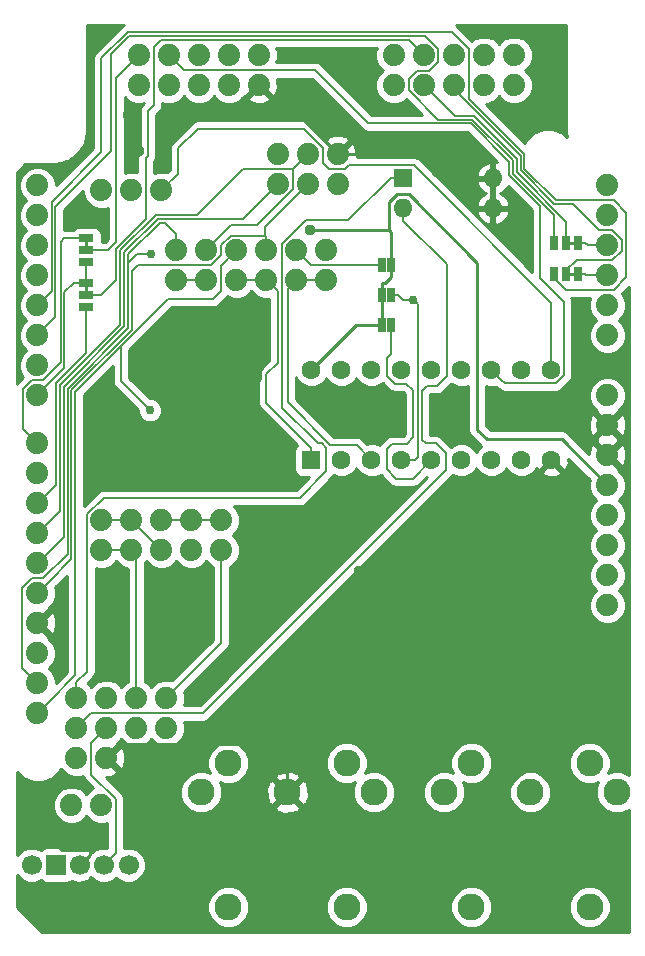
<source format=gbl>
G04 #@! TF.FileFunction,Copper,L2,Bot,Signal*
%FSLAX46Y46*%
G04 Gerber Fmt 4.6, Leading zero omitted, Abs format (unit mm)*
G04 Created by KiCad (PCBNEW 4.0.7) date 04/09/18 15:19:32*
%MOMM*%
%LPD*%
G01*
G04 APERTURE LIST*
%ADD10C,0.100000*%
%ADD11C,0.254000*%
%ADD12R,0.635000X1.270000*%
%ADD13R,1.270000X0.635000*%
%ADD14C,1.879600*%
%ADD15R,1.600000X1.600000*%
%ADD16C,1.600000*%
%ADD17C,2.286000*%
%ADD18O,1.600000X1.600000*%
%ADD19R,1.700000X1.700000*%
%ADD20C,1.700000*%
%ADD21C,0.950000*%
%ADD22C,0.762000*%
%ADD23C,0.250000*%
%ADD24C,0.152400*%
G04 APERTURE END LIST*
D10*
D11*
X195580000Y-57912000D02*
X196596000Y-57912000D01*
X195580000Y-55245000D02*
X196596000Y-55245000D01*
X154940000Y-55880000D02*
X154940000Y-54864000D01*
X154940000Y-59690000D02*
X154940000Y-58674000D01*
D12*
X194564000Y-57912000D03*
X195580000Y-57912000D03*
X196596000Y-57912000D03*
X194564000Y-55245000D03*
X195580000Y-55245000D03*
X196596000Y-55245000D03*
D13*
X154940000Y-56896000D03*
X154940000Y-55880000D03*
X154940000Y-54864000D03*
D14*
X166370000Y-78740000D03*
X166370000Y-81280000D03*
X163830000Y-78740000D03*
X163830000Y-81280000D03*
X161290000Y-78740000D03*
X161290000Y-81280000D03*
X158750000Y-78740000D03*
X158750000Y-81280000D03*
X156210000Y-78740000D03*
X156210000Y-81280000D03*
X162560000Y-58420000D03*
X162560000Y-55880000D03*
X165100000Y-58420000D03*
X165100000Y-55880000D03*
X167640000Y-58420000D03*
X167640000Y-55880000D03*
X170180000Y-58420000D03*
X170180000Y-55880000D03*
X172720000Y-58420000D03*
X172720000Y-55880000D03*
X175260000Y-58420000D03*
X175260000Y-55880000D03*
D12*
X180746400Y-62230000D03*
X179933600Y-62230000D03*
D13*
X154940000Y-60706000D03*
X154940000Y-59690000D03*
X154940000Y-58674000D03*
D12*
X180746400Y-59690000D03*
X179933600Y-59690000D03*
D15*
X173990000Y-73660000D03*
D16*
X176530000Y-73660000D03*
X179070000Y-73660000D03*
X181610000Y-73660000D03*
X184150000Y-73660000D03*
X186690000Y-73660000D03*
X189230000Y-73660000D03*
X189230000Y-66040000D03*
X186690000Y-66040000D03*
X184150000Y-66040000D03*
X181610000Y-66040000D03*
X179070000Y-66040000D03*
X176530000Y-66040000D03*
X173990000Y-66040000D03*
X191770000Y-73660000D03*
X191770000Y-66040000D03*
X194310000Y-73660000D03*
X194310000Y-66040000D03*
D14*
X199050000Y-78330000D03*
X199050000Y-75790000D03*
X171160800Y-47710300D03*
X199050000Y-63090000D03*
X199050000Y-60550000D03*
X199050000Y-58010000D03*
X199050000Y-55470000D03*
X199050000Y-52930000D03*
X199050000Y-50390000D03*
X150790000Y-90014000D03*
X150790000Y-55470000D03*
X150790000Y-58010000D03*
X150790000Y-60550000D03*
X150790000Y-63090000D03*
X150790000Y-65630000D03*
X150790000Y-68170000D03*
X150790000Y-72234000D03*
X150790000Y-74774000D03*
X150790000Y-77314000D03*
X150790000Y-79854000D03*
X150790000Y-82394000D03*
X150790000Y-84934000D03*
X199050000Y-73250000D03*
X199050000Y-70710000D03*
X150790000Y-87474000D03*
X176238260Y-47710300D03*
X199050000Y-83410000D03*
X171160800Y-50250300D03*
X173700800Y-47710300D03*
X199050000Y-85950000D03*
X199050000Y-80870000D03*
X176238260Y-50250300D03*
X150790000Y-50390000D03*
X173700800Y-50250300D03*
X150790000Y-95094000D03*
X150790000Y-92554000D03*
X150790000Y-52930000D03*
X199050000Y-68170000D03*
X154092000Y-93815600D03*
X156632000Y-93815600D03*
X159172000Y-93815600D03*
X161712000Y-93815600D03*
X154092000Y-96355600D03*
X156632000Y-96355600D03*
X159172000Y-96355600D03*
X161712000Y-96355600D03*
X154092000Y-98895600D03*
X156632000Y-98895600D03*
D17*
X199831960Y-101800660D03*
X192532000Y-101800660D03*
X185232040Y-101800660D03*
X197530720Y-99301300D03*
X187533280Y-99301300D03*
X187533280Y-111500920D03*
X197530720Y-111500920D03*
X179257960Y-101800660D03*
X171958000Y-101800660D03*
X164658040Y-101800660D03*
X176956720Y-99301300D03*
X166959280Y-99301300D03*
X166959280Y-111500920D03*
X176956720Y-111500920D03*
D14*
X153670000Y-102870000D03*
X156210000Y-102870000D03*
X156210000Y-50800000D03*
X158750000Y-50800000D03*
X161290000Y-50800000D03*
D15*
X181737000Y-49784000D03*
D18*
X189357000Y-52324000D03*
X181737000Y-52324000D03*
X189357000Y-49784000D03*
D19*
X152400000Y-107950000D03*
D20*
X154400000Y-107950000D03*
X156400000Y-107950000D03*
X150300000Y-107950000D03*
X158500000Y-107950000D03*
D12*
X180746400Y-57150000D03*
X179933600Y-57150000D03*
D14*
X159385000Y-41910000D03*
X159385000Y-39370000D03*
X161925000Y-41910000D03*
X161925000Y-39370000D03*
X164465000Y-41910000D03*
X164465000Y-39370000D03*
X167005000Y-41910000D03*
X167005000Y-39370000D03*
X169545000Y-41910000D03*
X169545000Y-39370000D03*
X180975000Y-41910000D03*
X180975000Y-39370000D03*
X183515000Y-41910000D03*
X183515000Y-39370000D03*
X186055000Y-41910000D03*
X186055000Y-39370000D03*
X188595000Y-41910000D03*
X188595000Y-39370000D03*
X191135000Y-41910000D03*
X191135000Y-39370000D03*
D21*
X173883200Y-54158500D03*
X161082922Y-72213586D03*
X159348249Y-47498000D03*
X161544000Y-45974000D03*
X178816000Y-69850000D03*
X185420000Y-69850000D03*
X175260000Y-77216000D03*
X169672000Y-63500000D03*
X169418000Y-73406000D03*
X157480000Y-86868000D03*
X160528000Y-86868000D03*
X172466000Y-81534000D03*
X178054000Y-83058000D03*
X189484000Y-43688000D03*
X182626000Y-46482000D03*
X187452000Y-47752000D03*
X155194000Y-47080249D03*
X153924000Y-52832000D03*
X158496000Y-44450000D03*
X165608000Y-44450000D03*
X176363066Y-39398961D03*
X173482000Y-41910000D03*
D22*
X160326859Y-69457780D03*
X160411279Y-56178180D03*
X182614600Y-60083800D03*
D23*
X180550400Y-54158500D02*
X180550400Y-51845600D01*
X180550400Y-51845600D02*
X181257900Y-51138100D01*
X181257900Y-51138100D02*
X182233000Y-51138100D01*
X182233000Y-51138100D02*
X188040400Y-56945500D01*
X188040400Y-56945500D02*
X188040400Y-71093204D01*
X188040400Y-71093204D02*
X188848756Y-71901560D01*
X188848756Y-71901560D02*
X195161560Y-71901560D01*
X195161560Y-71901560D02*
X199050000Y-75790000D01*
X177800000Y-62230000D02*
X179933600Y-62230000D01*
X173990000Y-66040000D02*
X177800000Y-62230000D01*
X180746400Y-57150000D02*
X180746400Y-58160300D01*
X179933600Y-62230000D02*
X179933600Y-59690000D01*
X180227000Y-58679700D02*
X180746400Y-58160300D01*
X179933600Y-58679700D02*
X180227000Y-58679700D01*
X179933600Y-59690000D02*
X179933600Y-58679700D01*
X180550400Y-54158500D02*
X173883200Y-54158500D01*
X180746400Y-54354500D02*
X180550400Y-54158500D01*
X180746400Y-57150000D02*
X180746400Y-54354500D01*
D24*
X197263000Y-58010000D02*
X197165000Y-57912000D01*
X199050000Y-58010000D02*
X197263000Y-58010000D01*
X196596000Y-57912000D02*
X197165000Y-57912000D01*
X197390000Y-55470000D02*
X197165000Y-55245000D01*
X199050000Y-55470000D02*
X197390000Y-55470000D01*
X196596000Y-55245000D02*
X197165000Y-55245000D01*
X150790000Y-60550000D02*
X151981400Y-59358600D01*
X151981400Y-51794300D02*
X156209645Y-47566055D01*
X151981400Y-59358600D02*
X151981400Y-51794300D01*
X156209645Y-47566055D02*
X156209645Y-39647736D01*
X158467881Y-37389500D02*
X185846700Y-37389500D01*
X156209645Y-39647736D02*
X158467881Y-37389500D01*
X200619800Y-52698000D02*
X200619800Y-58195200D01*
X199581800Y-51660000D02*
X200619800Y-52698000D01*
X194683590Y-51660000D02*
X199581800Y-51660000D01*
X192014975Y-48991385D02*
X194683590Y-51660000D01*
X192014975Y-47766795D02*
X192014975Y-48991385D01*
X187325100Y-43076920D02*
X192014975Y-47766795D01*
X187325100Y-38867900D02*
X187325100Y-43076920D01*
X185846700Y-37389500D02*
X187325100Y-38867900D01*
X199590900Y-59224100D02*
X195558600Y-59224100D01*
X200619800Y-58195200D02*
X199590900Y-59224100D01*
X195558600Y-59224100D02*
X194564000Y-58229500D01*
X194564000Y-58229500D02*
X194564000Y-57912000D01*
X194564000Y-54457600D02*
X194564000Y-55245000D01*
X150790000Y-63090000D02*
X152309200Y-61570800D01*
X194564000Y-52929497D02*
X194564000Y-54457600D01*
X191032742Y-49398239D02*
X194564000Y-52929497D01*
X158554610Y-37765800D02*
X183606300Y-37765800D01*
X184711826Y-44823426D02*
X187594037Y-44823426D01*
X187594037Y-44823426D02*
X191032742Y-48262131D01*
X182245100Y-42356700D02*
X184711826Y-44823426D01*
X182245100Y-41399300D02*
X182245100Y-42356700D01*
X182925800Y-40718600D02*
X182245100Y-41399300D01*
X183947000Y-40718600D02*
X182925800Y-40718600D01*
X157052600Y-39267810D02*
X158554610Y-37765800D01*
X157052600Y-47450500D02*
X157052600Y-39267810D01*
X152309200Y-52193900D02*
X157052600Y-47450500D01*
X152309200Y-61570800D02*
X152309200Y-52193900D01*
X183606300Y-37765800D02*
X184706400Y-38865900D01*
X184706400Y-38865900D02*
X184706400Y-39959200D01*
X184706400Y-39959200D02*
X183947000Y-40718600D01*
X191032742Y-48262131D02*
X191032742Y-49398239D01*
X154940000Y-59690000D02*
X156142847Y-59690000D01*
X156142847Y-59690000D02*
X157444589Y-58388258D01*
X159962100Y-48069927D02*
X160149450Y-47882577D01*
X157444589Y-58388258D02*
X157444589Y-55760615D01*
X157444589Y-55760615D02*
X159962100Y-53243104D01*
X159962100Y-53243104D02*
X159962100Y-48069927D01*
X160149450Y-47882577D02*
X160149450Y-44114550D01*
X160149450Y-44114550D02*
X160655000Y-43609000D01*
X160655000Y-43609000D02*
X160655000Y-38686451D01*
X160655000Y-38686451D02*
X161247951Y-38093500D01*
X161247951Y-38093500D02*
X182238500Y-38093500D01*
X182238500Y-38093500D02*
X182575201Y-38430201D01*
X182575201Y-38430201D02*
X183515000Y-39370000D01*
X150790000Y-72234000D02*
X149582500Y-71026500D01*
X149582500Y-71026500D02*
X149582500Y-67633700D01*
X149582500Y-67633700D02*
X150316200Y-66900000D01*
X150316200Y-66900000D02*
X151231600Y-66900000D01*
X151231600Y-66900000D02*
X152748000Y-65383600D01*
X152748000Y-65383600D02*
X152748000Y-55151238D01*
X152748000Y-55151238D02*
X153035238Y-54864000D01*
X153035238Y-54864000D02*
X154940000Y-54864000D01*
X172413200Y-50717000D02*
X172413200Y-49058900D01*
X169337200Y-53793000D02*
X172413200Y-50717000D01*
X167187000Y-53793000D02*
X169337200Y-53793000D01*
X165100000Y-55880000D02*
X167187000Y-53793000D01*
X151729799Y-78914201D02*
X150790000Y-79854000D01*
X152682845Y-67308055D02*
X152682845Y-77961155D01*
X160788556Y-52879677D02*
X157772000Y-55896233D01*
X157772000Y-62218900D02*
X152682845Y-67308055D01*
X164334731Y-52879677D02*
X160788556Y-52879677D01*
X157772000Y-55896233D02*
X157772000Y-62218900D01*
X168192038Y-49022370D02*
X164334731Y-52879677D01*
X172376670Y-49022370D02*
X168192038Y-49022370D01*
X172413200Y-49058900D02*
X172376670Y-49022370D01*
X152682845Y-77961155D02*
X151729799Y-78914201D01*
X172413200Y-48997900D02*
X173700800Y-47710300D01*
X172413200Y-49058900D02*
X172413200Y-48997900D01*
X158122312Y-56042779D02*
X158122312Y-62332088D01*
X160958003Y-53207088D02*
X158122312Y-56042779D01*
X171160800Y-50250300D02*
X168204012Y-53207088D01*
X168204012Y-53207088D02*
X160958003Y-53207088D01*
X153010256Y-80173744D02*
X151729799Y-81454201D01*
X151729799Y-81454201D02*
X150790000Y-82394000D01*
X158122312Y-62332088D02*
X153010256Y-67444144D01*
X153010256Y-67444144D02*
X153010256Y-80173744D01*
X170064200Y-54685000D02*
X167150200Y-54685000D01*
X165521900Y-57150000D02*
X159302156Y-57150000D01*
X167150200Y-54685000D02*
X166370200Y-55465000D01*
X166370200Y-55465000D02*
X166370200Y-56301700D01*
X158777133Y-57675023D02*
X158777133Y-62626798D01*
X166370200Y-56301700D02*
X165521900Y-57150000D01*
X159302156Y-57150000D02*
X158777133Y-57675023D01*
X158777133Y-62626798D02*
X153665078Y-67738854D01*
X153665078Y-67738854D02*
X153665078Y-82058922D01*
X153665078Y-82058922D02*
X151729799Y-83994201D01*
X151729799Y-83994201D02*
X150790000Y-84934000D01*
X170180000Y-54800800D02*
X170064200Y-54685000D01*
X170180000Y-55880000D02*
X170180000Y-54800800D01*
X170064200Y-53886900D02*
X170064200Y-54685000D01*
X173700800Y-50250300D02*
X170064200Y-53886900D01*
D23*
X154400000Y-107950000D02*
X155274518Y-107075482D01*
X155274518Y-106648000D02*
X152876000Y-106648000D01*
X155274518Y-107075482D02*
X155274518Y-106648000D01*
X152876000Y-106648000D02*
X150876000Y-104648000D01*
X172212000Y-43684000D02*
X171311298Y-43684000D01*
X169545000Y-41917702D02*
X169545000Y-41910000D01*
X171311298Y-43684000D02*
X169545000Y-41917702D01*
X169672000Y-63500000D02*
X169672000Y-66770017D01*
X169672000Y-66770017D02*
X164228431Y-72213586D01*
X164228431Y-72213586D02*
X161082922Y-72213586D01*
X169418000Y-73406000D02*
X167716545Y-75107455D01*
X167716545Y-75107455D02*
X160705461Y-75107455D01*
X160705461Y-75107455D02*
X160705461Y-72591047D01*
X160705461Y-72591047D02*
X161082922Y-72213586D01*
X158496000Y-44704000D02*
X158496000Y-44450000D01*
X159348249Y-45556249D02*
X158496000Y-44704000D01*
X163834000Y-43684000D02*
X161544000Y-45974000D01*
X165608000Y-43684000D02*
X163834000Y-43684000D01*
X159348249Y-47498000D02*
X159348249Y-45556249D01*
X172466000Y-80010000D02*
X175260000Y-77216000D01*
X172466000Y-81534000D02*
X172466000Y-80010000D01*
X180340000Y-85344000D02*
X178054000Y-83058000D01*
X180340000Y-87630000D02*
X171958000Y-96012000D01*
X194310000Y-73660000D02*
X180340000Y-87630000D01*
X180340000Y-87630000D02*
X180340000Y-85344000D01*
X189484000Y-43688000D02*
X189958999Y-44162999D01*
X189958999Y-44162999D02*
X193006999Y-44162999D01*
X182880000Y-47710300D02*
X176238300Y-47710300D01*
X186108000Y-47710300D02*
X182880000Y-47710300D01*
X182880000Y-47710300D02*
X182880000Y-46736000D01*
X182880000Y-46736000D02*
X182626000Y-46482000D01*
X186911700Y-48514000D02*
X186108000Y-47710300D01*
X188181700Y-49784000D02*
X186911700Y-48514000D01*
X186911700Y-48514000D02*
X186911700Y-48292300D01*
X186911700Y-48292300D02*
X187452000Y-47752000D01*
X172212000Y-43684000D02*
X165608000Y-43684000D01*
X165608000Y-43684000D02*
X165608000Y-44450000D01*
X172720000Y-44192000D02*
X172212000Y-43684000D01*
X176238300Y-47710300D02*
X172720000Y-44192000D01*
X172720000Y-44192000D02*
X172720000Y-42672000D01*
X172720000Y-42672000D02*
X173482000Y-41910000D01*
X157803500Y-97724100D02*
X171958000Y-97724100D01*
X156632000Y-98895600D02*
X157803500Y-97724100D01*
X171958000Y-96012000D02*
X171958000Y-97724100D01*
X171958000Y-97724100D02*
X171958000Y-101800700D01*
X189357000Y-49784000D02*
X188181700Y-49784000D01*
D24*
X158750000Y-81280000D02*
X156210000Y-81280000D01*
X159172000Y-81702000D02*
X158750000Y-81280000D01*
X159172000Y-93815600D02*
X159172000Y-81702000D01*
X166370000Y-89157600D02*
X166370000Y-81280000D01*
X161712000Y-93815600D02*
X166370000Y-89157600D01*
X155359700Y-97627900D02*
X156632000Y-96355600D01*
X155359700Y-100283300D02*
X155359700Y-97627900D01*
X157403800Y-102327400D02*
X155359700Y-100283300D01*
X157403800Y-106946200D02*
X157403800Y-102327400D01*
X156400000Y-107950000D02*
X157403800Y-106946200D01*
X161290000Y-78740000D02*
X163830000Y-78740000D01*
X163830000Y-78740000D02*
X166370000Y-78740000D01*
X158750000Y-78740000D02*
X156210000Y-78740000D01*
X161290000Y-81280000D02*
X158750000Y-78740000D01*
X154940000Y-55880000D02*
X156802357Y-55880000D01*
X156802357Y-55880000D02*
X157480000Y-55202357D01*
X157480000Y-55202357D02*
X157480000Y-41275000D01*
X157480000Y-41275000D02*
X159385000Y-39370000D01*
X194694800Y-67160700D02*
X190350700Y-67160700D01*
X190705331Y-48397749D02*
X190705331Y-49533857D01*
X187458419Y-45150837D02*
X190705331Y-48397749D01*
X174291899Y-40640000D02*
X178802736Y-45150837D01*
X193356500Y-58270600D02*
X195365400Y-60279500D01*
X163195000Y-40640000D02*
X174291899Y-40640000D01*
X161925000Y-39370000D02*
X163195000Y-40640000D01*
X178802736Y-45150837D02*
X187458419Y-45150837D01*
X190705331Y-49533857D02*
X193356500Y-52185025D01*
X193356500Y-52185025D02*
X193356500Y-58270600D01*
X195365400Y-60279500D02*
X195365400Y-66490100D01*
X195365400Y-66490100D02*
X194694800Y-67160700D01*
X190350700Y-67160700D02*
X190029999Y-66839999D01*
X190029999Y-66839999D02*
X189230000Y-66040000D01*
X187729655Y-44496015D02*
X186101015Y-44496015D01*
X191360153Y-49262621D02*
X191360153Y-48126513D01*
X195580000Y-53482468D02*
X191360153Y-49262621D01*
X195580000Y-55245000D02*
X195580000Y-53482468D01*
X186101015Y-44496015D02*
X184454799Y-42849799D01*
X184454799Y-42849799D02*
X183515000Y-41910000D01*
X191360153Y-48126513D02*
X187729655Y-44496015D01*
X200270700Y-55001400D02*
X200270700Y-55940600D01*
X199471300Y-56740000D02*
X196434500Y-56740000D01*
X186055000Y-42269848D02*
X191687564Y-47902412D01*
X196434500Y-56740000D02*
X195580000Y-57594500D01*
X199469300Y-54200000D02*
X200270700Y-55001400D01*
X198345000Y-54200000D02*
X199469300Y-54200000D01*
X200270700Y-55940600D02*
X199471300Y-56740000D01*
X191687564Y-49127003D02*
X194547972Y-51987411D01*
X195580000Y-57594500D02*
X195580000Y-57912000D01*
X196132411Y-51987411D02*
X198345000Y-54200000D01*
X194547972Y-51987411D02*
X196132411Y-51987411D01*
X191687564Y-47902412D02*
X191687564Y-49127003D01*
X186055000Y-41910000D02*
X186055000Y-42269848D01*
X181737000Y-49784000D02*
X180685500Y-49784000D01*
X180685500Y-49784000D02*
X177112500Y-53357000D01*
X175260021Y-74595713D02*
X172985634Y-76870100D01*
X172985634Y-76870100D02*
X156394600Y-76870100D01*
X156394600Y-76870100D02*
X155018600Y-78246100D01*
X155018600Y-78246100D02*
X155018600Y-91559923D01*
X177112500Y-53357000D02*
X173498800Y-53357000D01*
X173498800Y-53357000D02*
X171506500Y-55349300D01*
X171506500Y-55349300D02*
X171506500Y-69239157D01*
X171506500Y-69239157D02*
X174512948Y-72245605D01*
X174512948Y-72245605D02*
X174878147Y-72245605D01*
X174878147Y-72245605D02*
X175260021Y-72627479D01*
X175260021Y-72627479D02*
X175260021Y-74595713D01*
X155018600Y-91559923D02*
X154092000Y-92486523D01*
X154092000Y-92486523D02*
X154092000Y-93815600D01*
X150790000Y-68170000D02*
X153075700Y-65884300D01*
X153075700Y-65884300D02*
X153075700Y-59450210D01*
X153075700Y-59450210D02*
X153851910Y-58674000D01*
X153851910Y-58674000D02*
X154829200Y-58674000D01*
X154940000Y-58674000D02*
X154829200Y-58674000D01*
X154940000Y-58563200D02*
X154940000Y-56896000D01*
X154829200Y-58674000D02*
X154940000Y-58563200D01*
X157858960Y-66989881D02*
X159945860Y-69076781D01*
X157858960Y-64008000D02*
X157858960Y-66989881D01*
X159945860Y-69076781D02*
X160326859Y-69457780D01*
X157858960Y-64008000D02*
X154000050Y-67866910D01*
X161846891Y-60020069D02*
X157858960Y-64008000D01*
X167640000Y-55880000D02*
X166313141Y-57206859D01*
X166313141Y-57206859D02*
X166313141Y-59379565D01*
X166313141Y-59379565D02*
X165672637Y-60020069D01*
X165672637Y-60020069D02*
X161846891Y-60020069D01*
X154000050Y-67866910D02*
X154000050Y-91883950D01*
X154000050Y-91883950D02*
X151729799Y-94154201D01*
X151729799Y-94154201D02*
X150790000Y-95094000D01*
X159250901Y-56178180D02*
X159872464Y-56178180D01*
X158449723Y-56979358D02*
X159250901Y-56178180D01*
X158449723Y-60198000D02*
X158449723Y-56979358D01*
X159872464Y-56178180D02*
X160411279Y-56178180D01*
X158449723Y-60198000D02*
X158449723Y-56226803D01*
X158449723Y-62491181D02*
X158449723Y-60198000D01*
X162560000Y-54550923D02*
X162560000Y-55880000D01*
X158449723Y-56226803D02*
X161130659Y-53545867D01*
X149477700Y-84502500D02*
X150316200Y-83664000D01*
X149477700Y-91241700D02*
X149477700Y-84502500D01*
X151252600Y-83664000D02*
X153337667Y-81578933D01*
X153337667Y-81578933D02*
X153337667Y-67603237D01*
X161554944Y-53545867D02*
X162560000Y-54550923D01*
X150790000Y-92554000D02*
X149477700Y-91241700D01*
X153337667Y-67603237D02*
X158449723Y-62491181D01*
X161130659Y-53545867D02*
X161554944Y-53545867D01*
X150316200Y-83664000D02*
X151252600Y-83664000D01*
X165100000Y-58420000D02*
X162560000Y-58420000D01*
X184150000Y-73660000D02*
X182576471Y-75233529D01*
X182576471Y-75233529D02*
X181179180Y-75233529D01*
X181179180Y-75233529D02*
X180371331Y-74425681D01*
X180371331Y-74425681D02*
X180371331Y-72752281D01*
X180371331Y-72752281D02*
X180832958Y-72290654D01*
X180832958Y-72290654D02*
X182044730Y-72290654D01*
X182044730Y-72290654D02*
X182602531Y-71732853D01*
X182602531Y-71732853D02*
X182602531Y-67756271D01*
X182602531Y-67756271D02*
X182026019Y-67179759D01*
X182026019Y-67179759D02*
X182023451Y-67182327D01*
X182023451Y-67182327D02*
X181061195Y-67182327D01*
X181061195Y-67182327D02*
X180401435Y-66522567D01*
X180401435Y-66522567D02*
X180401435Y-64990616D01*
X180401435Y-64990616D02*
X180746400Y-64645651D01*
X180746400Y-64645651D02*
X180746400Y-62230000D01*
X182995599Y-73405771D02*
X182995599Y-60464799D01*
X182995599Y-60464799D02*
X182614600Y-60083800D01*
X182741370Y-73660000D02*
X182995599Y-73405771D01*
X181610000Y-73660000D02*
X182741370Y-73660000D01*
X180746400Y-59690000D02*
X181315400Y-59690000D01*
X181709200Y-60083800D02*
X181315400Y-59690000D01*
X182614600Y-60083800D02*
X181709200Y-60083800D01*
X154092000Y-96355600D02*
X155362000Y-95085600D01*
X183655198Y-72248040D02*
X183342556Y-71935398D01*
X183342556Y-71935398D02*
X183342556Y-67774735D01*
X155362000Y-95085600D02*
X164803774Y-95085600D01*
X164803774Y-95085600D02*
X185358191Y-74531183D01*
X185358191Y-74531183D02*
X185358191Y-73061364D01*
X181737000Y-53375500D02*
X181737000Y-52324000D01*
X185358191Y-73061364D02*
X184544867Y-72248040D01*
X184544867Y-72248040D02*
X183655198Y-72248040D01*
X183342556Y-67774735D02*
X183735251Y-67382040D01*
X183735251Y-67382040D02*
X184597305Y-67382040D01*
X184597305Y-67382040D02*
X185457796Y-66521549D01*
X185457796Y-66521549D02*
X185457796Y-57096296D01*
X185457796Y-57096296D02*
X181737000Y-53375500D01*
X173990000Y-73660000D02*
X173990000Y-72608500D01*
X173990000Y-72608500D02*
X170180000Y-68798500D01*
X170180000Y-68798500D02*
X170180000Y-66407129D01*
X170180000Y-66407129D02*
X171119799Y-65467330D01*
X171119799Y-65467330D02*
X171119799Y-59359799D01*
X171119799Y-59359799D02*
X170180000Y-58420000D01*
X170180000Y-58420000D02*
X167640000Y-58420000D01*
X179070000Y-73660000D02*
X177801830Y-72391830D01*
X177801830Y-72391830D02*
X175577746Y-72391830D01*
X175577746Y-72391830D02*
X171959035Y-68773119D01*
X171959035Y-68773119D02*
X171959035Y-59180965D01*
X171959035Y-59180965D02*
X172720000Y-58420000D01*
X172720000Y-58420000D02*
X175260000Y-58420000D01*
X152355434Y-75748566D02*
X151729799Y-76374201D01*
X152355434Y-67171966D02*
X152355434Y-75748566D01*
X154940000Y-64587400D02*
X152355434Y-67171966D01*
X154940000Y-60706000D02*
X154940000Y-64587400D01*
X151729799Y-76374201D02*
X150790000Y-77314000D01*
X173990000Y-57150000D02*
X179933600Y-57150000D01*
X172720000Y-55880000D02*
X173990000Y-57150000D01*
X161290000Y-50800000D02*
X162680205Y-49409795D01*
X162680205Y-49409795D02*
X162680205Y-47271559D01*
X164364822Y-45586942D02*
X173324242Y-45586942D01*
X162680205Y-47271559D02*
X164364822Y-45586942D01*
X175464358Y-49033300D02*
X176852100Y-49033300D01*
X173324242Y-45586942D02*
X174957700Y-47220400D01*
X174957700Y-47220400D02*
X174957700Y-48526642D01*
X194310000Y-60363900D02*
X194310000Y-66040000D01*
X174957700Y-48526642D02*
X175464358Y-49033300D01*
X176852100Y-49033300D02*
X177178900Y-48706500D01*
X177178900Y-48706500D02*
X182652600Y-48706500D01*
X182652600Y-48706500D02*
X194310000Y-60363900D01*
D11*
G36*
X200839000Y-100293630D02*
X200187178Y-100022969D01*
X199479846Y-100022352D01*
X199089537Y-100183624D01*
X199308411Y-99656518D01*
X199309028Y-98949186D01*
X199038914Y-98295460D01*
X198539191Y-97794864D01*
X197885938Y-97523609D01*
X197178606Y-97522992D01*
X196524880Y-97793106D01*
X196024284Y-98292829D01*
X195753029Y-98946082D01*
X195752412Y-99653414D01*
X196022526Y-100307140D01*
X196522249Y-100807736D01*
X197175502Y-101078991D01*
X197882834Y-101079608D01*
X198273143Y-100918336D01*
X198054269Y-101445442D01*
X198053652Y-102152774D01*
X198323766Y-102806500D01*
X198823489Y-103307096D01*
X199476742Y-103578351D01*
X200184074Y-103578968D01*
X200837800Y-103308854D01*
X200839000Y-103307656D01*
X200839000Y-113590000D01*
X151170091Y-113590000D01*
X149433126Y-111853034D01*
X165180972Y-111853034D01*
X165451086Y-112506760D01*
X165950809Y-113007356D01*
X166604062Y-113278611D01*
X167311394Y-113279228D01*
X167965120Y-113009114D01*
X168465716Y-112509391D01*
X168736971Y-111856138D01*
X168736973Y-111853034D01*
X175178412Y-111853034D01*
X175448526Y-112506760D01*
X175948249Y-113007356D01*
X176601502Y-113278611D01*
X177308834Y-113279228D01*
X177962560Y-113009114D01*
X178463156Y-112509391D01*
X178734411Y-111856138D01*
X178734413Y-111853034D01*
X185754972Y-111853034D01*
X186025086Y-112506760D01*
X186524809Y-113007356D01*
X187178062Y-113278611D01*
X187885394Y-113279228D01*
X188539120Y-113009114D01*
X189039716Y-112509391D01*
X189310971Y-111856138D01*
X189310973Y-111853034D01*
X195752412Y-111853034D01*
X196022526Y-112506760D01*
X196522249Y-113007356D01*
X197175502Y-113278611D01*
X197882834Y-113279228D01*
X198536560Y-113009114D01*
X199037156Y-112509391D01*
X199308411Y-111856138D01*
X199309028Y-111148806D01*
X199038914Y-110495080D01*
X198539191Y-109994484D01*
X197885938Y-109723229D01*
X197178606Y-109722612D01*
X196524880Y-109992726D01*
X196024284Y-110492449D01*
X195753029Y-111145702D01*
X195752412Y-111853034D01*
X189310973Y-111853034D01*
X189311588Y-111148806D01*
X189041474Y-110495080D01*
X188541751Y-109994484D01*
X187888498Y-109723229D01*
X187181166Y-109722612D01*
X186527440Y-109992726D01*
X186026844Y-110492449D01*
X185755589Y-111145702D01*
X185754972Y-111853034D01*
X178734413Y-111853034D01*
X178735028Y-111148806D01*
X178464914Y-110495080D01*
X177965191Y-109994484D01*
X177311938Y-109723229D01*
X176604606Y-109722612D01*
X175950880Y-109992726D01*
X175450284Y-110492449D01*
X175179029Y-111145702D01*
X175178412Y-111853034D01*
X168736973Y-111853034D01*
X168737588Y-111148806D01*
X168467474Y-110495080D01*
X167967751Y-109994484D01*
X167314498Y-109723229D01*
X166607166Y-109722612D01*
X165953440Y-109992726D01*
X165452844Y-110492449D01*
X165181589Y-111145702D01*
X165180972Y-111853034D01*
X149433126Y-111853034D01*
X149046000Y-111465908D01*
X149046000Y-108795752D01*
X149457717Y-109208188D01*
X150003319Y-109434742D01*
X150594089Y-109435257D01*
X151076048Y-109236116D01*
X151085910Y-109251441D01*
X151298110Y-109396431D01*
X151550000Y-109447440D01*
X153250000Y-109447440D01*
X153485317Y-109403162D01*
X153689324Y-109271887D01*
X154171279Y-109446718D01*
X154761458Y-109420315D01*
X155184080Y-109245259D01*
X155264352Y-108993960D01*
X155379062Y-109108670D01*
X155418752Y-109068980D01*
X155557717Y-109208188D01*
X156103319Y-109434742D01*
X156694089Y-109435257D01*
X157240086Y-109209656D01*
X157450000Y-109000108D01*
X157657717Y-109208188D01*
X158203319Y-109434742D01*
X158794089Y-109435257D01*
X159340086Y-109209656D01*
X159758188Y-108792283D01*
X159984742Y-108246681D01*
X159985257Y-107655911D01*
X159759656Y-107109914D01*
X159342283Y-106691812D01*
X158796681Y-106465258D01*
X158205911Y-106464743D01*
X158115000Y-106502307D01*
X158115000Y-102327400D01*
X158080265Y-102152774D01*
X162879732Y-102152774D01*
X163149846Y-102806500D01*
X163649569Y-103307096D01*
X164302822Y-103578351D01*
X165010154Y-103578968D01*
X165663880Y-103308854D01*
X165916551Y-103056623D01*
X170881642Y-103056623D01*
X170997806Y-103338318D01*
X171659333Y-103588722D01*
X172366329Y-103566909D01*
X172918194Y-103338318D01*
X173034358Y-103056623D01*
X171958000Y-101980265D01*
X170881642Y-103056623D01*
X165916551Y-103056623D01*
X166164476Y-102809131D01*
X166435731Y-102155878D01*
X166436301Y-101501993D01*
X170169938Y-101501993D01*
X170191751Y-102208989D01*
X170420342Y-102760854D01*
X170702037Y-102877018D01*
X171778395Y-101800660D01*
X172137605Y-101800660D01*
X173213963Y-102877018D01*
X173495658Y-102760854D01*
X173746062Y-102099327D01*
X173724249Y-101392331D01*
X173495658Y-100840466D01*
X173213963Y-100724302D01*
X172137605Y-101800660D01*
X171778395Y-101800660D01*
X170702037Y-100724302D01*
X170420342Y-100840466D01*
X170169938Y-101501993D01*
X166436301Y-101501993D01*
X166436348Y-101448546D01*
X166217292Y-100918390D01*
X166604062Y-101078991D01*
X167311394Y-101079608D01*
X167965120Y-100809494D01*
X168230379Y-100544697D01*
X170881642Y-100544697D01*
X171958000Y-101621055D01*
X173034358Y-100544697D01*
X172918194Y-100263002D01*
X172256667Y-100012598D01*
X171549671Y-100034411D01*
X170997806Y-100263002D01*
X170881642Y-100544697D01*
X168230379Y-100544697D01*
X168465716Y-100309771D01*
X168736971Y-99656518D01*
X168736973Y-99653414D01*
X175178412Y-99653414D01*
X175448526Y-100307140D01*
X175948249Y-100807736D01*
X176601502Y-101078991D01*
X177308834Y-101079608D01*
X177699143Y-100918336D01*
X177480269Y-101445442D01*
X177479652Y-102152774D01*
X177749766Y-102806500D01*
X178249489Y-103307096D01*
X178902742Y-103578351D01*
X179610074Y-103578968D01*
X180263800Y-103308854D01*
X180764396Y-102809131D01*
X181035651Y-102155878D01*
X181035653Y-102152774D01*
X183453732Y-102152774D01*
X183723846Y-102806500D01*
X184223569Y-103307096D01*
X184876822Y-103578351D01*
X185584154Y-103578968D01*
X186237880Y-103308854D01*
X186738476Y-102809131D01*
X187009731Y-102155878D01*
X187009733Y-102152774D01*
X190753692Y-102152774D01*
X191023806Y-102806500D01*
X191523529Y-103307096D01*
X192176782Y-103578351D01*
X192884114Y-103578968D01*
X193537840Y-103308854D01*
X194038436Y-102809131D01*
X194309691Y-102155878D01*
X194310308Y-101448546D01*
X194040194Y-100794820D01*
X193540471Y-100294224D01*
X192887218Y-100022969D01*
X192179886Y-100022352D01*
X191526160Y-100292466D01*
X191025564Y-100792189D01*
X190754309Y-101445442D01*
X190753692Y-102152774D01*
X187009733Y-102152774D01*
X187010348Y-101448546D01*
X186791292Y-100918390D01*
X187178062Y-101078991D01*
X187885394Y-101079608D01*
X188539120Y-100809494D01*
X189039716Y-100309771D01*
X189310971Y-99656518D01*
X189311588Y-98949186D01*
X189041474Y-98295460D01*
X188541751Y-97794864D01*
X187888498Y-97523609D01*
X187181166Y-97522992D01*
X186527440Y-97793106D01*
X186026844Y-98292829D01*
X185755589Y-98946082D01*
X185754972Y-99653414D01*
X185974028Y-100183570D01*
X185587258Y-100022969D01*
X184879926Y-100022352D01*
X184226200Y-100292466D01*
X183725604Y-100792189D01*
X183454349Y-101445442D01*
X183453732Y-102152774D01*
X181035653Y-102152774D01*
X181036268Y-101448546D01*
X180766154Y-100794820D01*
X180266431Y-100294224D01*
X179613178Y-100022969D01*
X178905846Y-100022352D01*
X178515537Y-100183624D01*
X178734411Y-99656518D01*
X178735028Y-98949186D01*
X178464914Y-98295460D01*
X177965191Y-97794864D01*
X177311938Y-97523609D01*
X176604606Y-97522992D01*
X175950880Y-97793106D01*
X175450284Y-98292829D01*
X175179029Y-98946082D01*
X175178412Y-99653414D01*
X168736973Y-99653414D01*
X168737588Y-98949186D01*
X168467474Y-98295460D01*
X167967751Y-97794864D01*
X167314498Y-97523609D01*
X166607166Y-97522992D01*
X165953440Y-97793106D01*
X165452844Y-98292829D01*
X165181589Y-98946082D01*
X165180972Y-99653414D01*
X165400028Y-100183570D01*
X165013258Y-100022969D01*
X164305926Y-100022352D01*
X163652200Y-100292466D01*
X163151604Y-100792189D01*
X162880349Y-101445442D01*
X162879732Y-102152774D01*
X158080265Y-102152774D01*
X158060863Y-102055235D01*
X157906694Y-101824506D01*
X156556845Y-100474657D01*
X157007828Y-100456649D01*
X157470077Y-100265180D01*
X157561363Y-100004568D01*
X156632000Y-99075205D01*
X156617858Y-99089348D01*
X156438253Y-98909743D01*
X156452395Y-98895600D01*
X156811605Y-98895600D01*
X157740968Y-99824963D01*
X158001580Y-99733677D01*
X158218045Y-99145767D01*
X158193049Y-98519772D01*
X158001580Y-98057523D01*
X157740968Y-97966237D01*
X156811605Y-98895600D01*
X156452395Y-98895600D01*
X156438253Y-98881458D01*
X156617858Y-98701853D01*
X156632000Y-98715995D01*
X157561363Y-97786632D01*
X157526687Y-97687636D01*
X157902273Y-97312704D01*
X158278783Y-97689872D01*
X158857379Y-97930126D01*
X159483873Y-97930673D01*
X160062887Y-97691429D01*
X160442273Y-97312704D01*
X160818783Y-97689872D01*
X161397379Y-97930126D01*
X162023873Y-97930673D01*
X162602887Y-97691429D01*
X163046272Y-97248817D01*
X163286526Y-96670221D01*
X163287073Y-96043727D01*
X163185045Y-95796800D01*
X164803774Y-95796800D01*
X165075939Y-95742663D01*
X165306668Y-95588494D01*
X185861085Y-75034078D01*
X185947117Y-74905322D01*
X186403309Y-75094750D01*
X186974187Y-75095248D01*
X187501800Y-74877243D01*
X187905824Y-74473923D01*
X187959862Y-74343785D01*
X188012757Y-74471800D01*
X188416077Y-74875824D01*
X188943309Y-75094750D01*
X189514187Y-75095248D01*
X190041800Y-74877243D01*
X190445824Y-74473923D01*
X190499862Y-74343785D01*
X190552757Y-74471800D01*
X190956077Y-74875824D01*
X191483309Y-75094750D01*
X192054187Y-75095248D01*
X192581800Y-74877243D01*
X192791663Y-74667745D01*
X193481861Y-74667745D01*
X193555995Y-74913864D01*
X194093223Y-75106965D01*
X194663454Y-75079778D01*
X195064005Y-74913864D01*
X195138139Y-74667745D01*
X194310000Y-73839605D01*
X193481861Y-74667745D01*
X192791663Y-74667745D01*
X192985824Y-74473923D01*
X193033448Y-74359232D01*
X193056136Y-74414005D01*
X193302255Y-74488139D01*
X194130395Y-73660000D01*
X194116252Y-73645858D01*
X194295858Y-73466252D01*
X194310000Y-73480395D01*
X194324142Y-73466252D01*
X194503748Y-73645858D01*
X194489605Y-73660000D01*
X195317745Y-74488139D01*
X195563864Y-74414005D01*
X195756965Y-73876777D01*
X195741695Y-73556497D01*
X197529784Y-75344586D01*
X197475474Y-75475379D01*
X197474927Y-76101873D01*
X197714171Y-76680887D01*
X198092896Y-77060273D01*
X197715728Y-77436783D01*
X197475474Y-78015379D01*
X197474927Y-78641873D01*
X197714171Y-79220887D01*
X198092896Y-79600273D01*
X197715728Y-79976783D01*
X197475474Y-80555379D01*
X197474927Y-81181873D01*
X197714171Y-81760887D01*
X198092896Y-82140273D01*
X197715728Y-82516783D01*
X197475474Y-83095379D01*
X197474927Y-83721873D01*
X197714171Y-84300887D01*
X198092896Y-84680273D01*
X197715728Y-85056783D01*
X197475474Y-85635379D01*
X197474927Y-86261873D01*
X197714171Y-86840887D01*
X198156783Y-87284272D01*
X198735379Y-87524526D01*
X199361873Y-87525073D01*
X199940887Y-87285829D01*
X200384272Y-86843217D01*
X200624526Y-86264621D01*
X200625073Y-85638127D01*
X200385829Y-85059113D01*
X200007104Y-84679727D01*
X200384272Y-84303217D01*
X200624526Y-83724621D01*
X200625073Y-83098127D01*
X200385829Y-82519113D01*
X200007104Y-82139727D01*
X200384272Y-81763217D01*
X200624526Y-81184621D01*
X200625073Y-80558127D01*
X200385829Y-79979113D01*
X200007104Y-79599727D01*
X200384272Y-79223217D01*
X200624526Y-78644621D01*
X200625073Y-78018127D01*
X200385829Y-77439113D01*
X200007104Y-77059727D01*
X200384272Y-76683217D01*
X200624526Y-76104621D01*
X200625073Y-75478127D01*
X200385829Y-74899113D01*
X199944885Y-74457399D01*
X199979363Y-74358968D01*
X199050000Y-73429605D01*
X199035858Y-73443748D01*
X198856253Y-73264143D01*
X198870395Y-73250000D01*
X199229605Y-73250000D01*
X200158968Y-74179363D01*
X200419580Y-74088077D01*
X200636045Y-73500167D01*
X200611049Y-72874172D01*
X200419580Y-72411923D01*
X200158968Y-72320637D01*
X199229605Y-73250000D01*
X198870395Y-73250000D01*
X197941032Y-72320637D01*
X197680420Y-72411923D01*
X197463955Y-72999833D01*
X197469334Y-73134532D01*
X196153770Y-71818968D01*
X198120637Y-71818968D01*
X198177043Y-71980000D01*
X198120637Y-72141032D01*
X199050000Y-73070395D01*
X199979363Y-72141032D01*
X199922957Y-71980000D01*
X199979363Y-71818968D01*
X199050000Y-70889605D01*
X198120637Y-71818968D01*
X196153770Y-71818968D01*
X195698961Y-71364159D01*
X195452399Y-71199412D01*
X195161560Y-71141560D01*
X189163558Y-71141560D01*
X188800400Y-70778402D01*
X188800400Y-70459833D01*
X197463955Y-70459833D01*
X197488951Y-71085828D01*
X197680420Y-71548077D01*
X197941032Y-71639363D01*
X198870395Y-70710000D01*
X199229605Y-70710000D01*
X200158968Y-71639363D01*
X200419580Y-71548077D01*
X200636045Y-70960167D01*
X200611049Y-70334172D01*
X200419580Y-69871923D01*
X200158968Y-69780637D01*
X199229605Y-70710000D01*
X198870395Y-70710000D01*
X197941032Y-69780637D01*
X197680420Y-69871923D01*
X197463955Y-70459833D01*
X188800400Y-70459833D01*
X188800400Y-68481873D01*
X197474927Y-68481873D01*
X197714171Y-69060887D01*
X198155115Y-69502601D01*
X198120637Y-69601032D01*
X199050000Y-70530395D01*
X199979363Y-69601032D01*
X199944687Y-69502036D01*
X200384272Y-69063217D01*
X200624526Y-68484621D01*
X200625073Y-67858127D01*
X200385829Y-67279113D01*
X199943217Y-66835728D01*
X199364621Y-66595474D01*
X198738127Y-66594927D01*
X198159113Y-66834171D01*
X197715728Y-67276783D01*
X197475474Y-67855379D01*
X197474927Y-68481873D01*
X188800400Y-68481873D01*
X188800400Y-67415409D01*
X188943309Y-67474750D01*
X189514187Y-67475248D01*
X189616985Y-67432773D01*
X189847806Y-67663595D01*
X190014140Y-67774735D01*
X190078536Y-67817763D01*
X190350700Y-67871900D01*
X194694800Y-67871900D01*
X194966965Y-67817763D01*
X195197694Y-67663594D01*
X195868295Y-66992994D01*
X196022463Y-66762264D01*
X196076600Y-66490100D01*
X196076600Y-60279500D01*
X196022463Y-60007336D01*
X195992107Y-59961905D01*
X195974330Y-59935300D01*
X197600078Y-59935300D01*
X197475474Y-60235379D01*
X197474927Y-60861873D01*
X197714171Y-61440887D01*
X198092896Y-61820273D01*
X197715728Y-62196783D01*
X197475474Y-62775379D01*
X197474927Y-63401873D01*
X197714171Y-63980887D01*
X198156783Y-64424272D01*
X198735379Y-64664526D01*
X199361873Y-64665073D01*
X199940887Y-64425829D01*
X200384272Y-63983217D01*
X200624526Y-63404621D01*
X200625073Y-62778127D01*
X200385829Y-62199113D01*
X200007104Y-61819727D01*
X200384272Y-61443217D01*
X200624526Y-60864621D01*
X200625073Y-60238127D01*
X200385829Y-59659113D01*
X200273850Y-59546938D01*
X200839000Y-58981789D01*
X200839000Y-100293630D01*
X200839000Y-100293630D01*
G37*
X200839000Y-100293630D02*
X200187178Y-100022969D01*
X199479846Y-100022352D01*
X199089537Y-100183624D01*
X199308411Y-99656518D01*
X199309028Y-98949186D01*
X199038914Y-98295460D01*
X198539191Y-97794864D01*
X197885938Y-97523609D01*
X197178606Y-97522992D01*
X196524880Y-97793106D01*
X196024284Y-98292829D01*
X195753029Y-98946082D01*
X195752412Y-99653414D01*
X196022526Y-100307140D01*
X196522249Y-100807736D01*
X197175502Y-101078991D01*
X197882834Y-101079608D01*
X198273143Y-100918336D01*
X198054269Y-101445442D01*
X198053652Y-102152774D01*
X198323766Y-102806500D01*
X198823489Y-103307096D01*
X199476742Y-103578351D01*
X200184074Y-103578968D01*
X200837800Y-103308854D01*
X200839000Y-103307656D01*
X200839000Y-113590000D01*
X151170091Y-113590000D01*
X149433126Y-111853034D01*
X165180972Y-111853034D01*
X165451086Y-112506760D01*
X165950809Y-113007356D01*
X166604062Y-113278611D01*
X167311394Y-113279228D01*
X167965120Y-113009114D01*
X168465716Y-112509391D01*
X168736971Y-111856138D01*
X168736973Y-111853034D01*
X175178412Y-111853034D01*
X175448526Y-112506760D01*
X175948249Y-113007356D01*
X176601502Y-113278611D01*
X177308834Y-113279228D01*
X177962560Y-113009114D01*
X178463156Y-112509391D01*
X178734411Y-111856138D01*
X178734413Y-111853034D01*
X185754972Y-111853034D01*
X186025086Y-112506760D01*
X186524809Y-113007356D01*
X187178062Y-113278611D01*
X187885394Y-113279228D01*
X188539120Y-113009114D01*
X189039716Y-112509391D01*
X189310971Y-111856138D01*
X189310973Y-111853034D01*
X195752412Y-111853034D01*
X196022526Y-112506760D01*
X196522249Y-113007356D01*
X197175502Y-113278611D01*
X197882834Y-113279228D01*
X198536560Y-113009114D01*
X199037156Y-112509391D01*
X199308411Y-111856138D01*
X199309028Y-111148806D01*
X199038914Y-110495080D01*
X198539191Y-109994484D01*
X197885938Y-109723229D01*
X197178606Y-109722612D01*
X196524880Y-109992726D01*
X196024284Y-110492449D01*
X195753029Y-111145702D01*
X195752412Y-111853034D01*
X189310973Y-111853034D01*
X189311588Y-111148806D01*
X189041474Y-110495080D01*
X188541751Y-109994484D01*
X187888498Y-109723229D01*
X187181166Y-109722612D01*
X186527440Y-109992726D01*
X186026844Y-110492449D01*
X185755589Y-111145702D01*
X185754972Y-111853034D01*
X178734413Y-111853034D01*
X178735028Y-111148806D01*
X178464914Y-110495080D01*
X177965191Y-109994484D01*
X177311938Y-109723229D01*
X176604606Y-109722612D01*
X175950880Y-109992726D01*
X175450284Y-110492449D01*
X175179029Y-111145702D01*
X175178412Y-111853034D01*
X168736973Y-111853034D01*
X168737588Y-111148806D01*
X168467474Y-110495080D01*
X167967751Y-109994484D01*
X167314498Y-109723229D01*
X166607166Y-109722612D01*
X165953440Y-109992726D01*
X165452844Y-110492449D01*
X165181589Y-111145702D01*
X165180972Y-111853034D01*
X149433126Y-111853034D01*
X149046000Y-111465908D01*
X149046000Y-108795752D01*
X149457717Y-109208188D01*
X150003319Y-109434742D01*
X150594089Y-109435257D01*
X151076048Y-109236116D01*
X151085910Y-109251441D01*
X151298110Y-109396431D01*
X151550000Y-109447440D01*
X153250000Y-109447440D01*
X153485317Y-109403162D01*
X153689324Y-109271887D01*
X154171279Y-109446718D01*
X154761458Y-109420315D01*
X155184080Y-109245259D01*
X155264352Y-108993960D01*
X155379062Y-109108670D01*
X155418752Y-109068980D01*
X155557717Y-109208188D01*
X156103319Y-109434742D01*
X156694089Y-109435257D01*
X157240086Y-109209656D01*
X157450000Y-109000108D01*
X157657717Y-109208188D01*
X158203319Y-109434742D01*
X158794089Y-109435257D01*
X159340086Y-109209656D01*
X159758188Y-108792283D01*
X159984742Y-108246681D01*
X159985257Y-107655911D01*
X159759656Y-107109914D01*
X159342283Y-106691812D01*
X158796681Y-106465258D01*
X158205911Y-106464743D01*
X158115000Y-106502307D01*
X158115000Y-102327400D01*
X158080265Y-102152774D01*
X162879732Y-102152774D01*
X163149846Y-102806500D01*
X163649569Y-103307096D01*
X164302822Y-103578351D01*
X165010154Y-103578968D01*
X165663880Y-103308854D01*
X165916551Y-103056623D01*
X170881642Y-103056623D01*
X170997806Y-103338318D01*
X171659333Y-103588722D01*
X172366329Y-103566909D01*
X172918194Y-103338318D01*
X173034358Y-103056623D01*
X171958000Y-101980265D01*
X170881642Y-103056623D01*
X165916551Y-103056623D01*
X166164476Y-102809131D01*
X166435731Y-102155878D01*
X166436301Y-101501993D01*
X170169938Y-101501993D01*
X170191751Y-102208989D01*
X170420342Y-102760854D01*
X170702037Y-102877018D01*
X171778395Y-101800660D01*
X172137605Y-101800660D01*
X173213963Y-102877018D01*
X173495658Y-102760854D01*
X173746062Y-102099327D01*
X173724249Y-101392331D01*
X173495658Y-100840466D01*
X173213963Y-100724302D01*
X172137605Y-101800660D01*
X171778395Y-101800660D01*
X170702037Y-100724302D01*
X170420342Y-100840466D01*
X170169938Y-101501993D01*
X166436301Y-101501993D01*
X166436348Y-101448546D01*
X166217292Y-100918390D01*
X166604062Y-101078991D01*
X167311394Y-101079608D01*
X167965120Y-100809494D01*
X168230379Y-100544697D01*
X170881642Y-100544697D01*
X171958000Y-101621055D01*
X173034358Y-100544697D01*
X172918194Y-100263002D01*
X172256667Y-100012598D01*
X171549671Y-100034411D01*
X170997806Y-100263002D01*
X170881642Y-100544697D01*
X168230379Y-100544697D01*
X168465716Y-100309771D01*
X168736971Y-99656518D01*
X168736973Y-99653414D01*
X175178412Y-99653414D01*
X175448526Y-100307140D01*
X175948249Y-100807736D01*
X176601502Y-101078991D01*
X177308834Y-101079608D01*
X177699143Y-100918336D01*
X177480269Y-101445442D01*
X177479652Y-102152774D01*
X177749766Y-102806500D01*
X178249489Y-103307096D01*
X178902742Y-103578351D01*
X179610074Y-103578968D01*
X180263800Y-103308854D01*
X180764396Y-102809131D01*
X181035651Y-102155878D01*
X181035653Y-102152774D01*
X183453732Y-102152774D01*
X183723846Y-102806500D01*
X184223569Y-103307096D01*
X184876822Y-103578351D01*
X185584154Y-103578968D01*
X186237880Y-103308854D01*
X186738476Y-102809131D01*
X187009731Y-102155878D01*
X187009733Y-102152774D01*
X190753692Y-102152774D01*
X191023806Y-102806500D01*
X191523529Y-103307096D01*
X192176782Y-103578351D01*
X192884114Y-103578968D01*
X193537840Y-103308854D01*
X194038436Y-102809131D01*
X194309691Y-102155878D01*
X194310308Y-101448546D01*
X194040194Y-100794820D01*
X193540471Y-100294224D01*
X192887218Y-100022969D01*
X192179886Y-100022352D01*
X191526160Y-100292466D01*
X191025564Y-100792189D01*
X190754309Y-101445442D01*
X190753692Y-102152774D01*
X187009733Y-102152774D01*
X187010348Y-101448546D01*
X186791292Y-100918390D01*
X187178062Y-101078991D01*
X187885394Y-101079608D01*
X188539120Y-100809494D01*
X189039716Y-100309771D01*
X189310971Y-99656518D01*
X189311588Y-98949186D01*
X189041474Y-98295460D01*
X188541751Y-97794864D01*
X187888498Y-97523609D01*
X187181166Y-97522992D01*
X186527440Y-97793106D01*
X186026844Y-98292829D01*
X185755589Y-98946082D01*
X185754972Y-99653414D01*
X185974028Y-100183570D01*
X185587258Y-100022969D01*
X184879926Y-100022352D01*
X184226200Y-100292466D01*
X183725604Y-100792189D01*
X183454349Y-101445442D01*
X183453732Y-102152774D01*
X181035653Y-102152774D01*
X181036268Y-101448546D01*
X180766154Y-100794820D01*
X180266431Y-100294224D01*
X179613178Y-100022969D01*
X178905846Y-100022352D01*
X178515537Y-100183624D01*
X178734411Y-99656518D01*
X178735028Y-98949186D01*
X178464914Y-98295460D01*
X177965191Y-97794864D01*
X177311938Y-97523609D01*
X176604606Y-97522992D01*
X175950880Y-97793106D01*
X175450284Y-98292829D01*
X175179029Y-98946082D01*
X175178412Y-99653414D01*
X168736973Y-99653414D01*
X168737588Y-98949186D01*
X168467474Y-98295460D01*
X167967751Y-97794864D01*
X167314498Y-97523609D01*
X166607166Y-97522992D01*
X165953440Y-97793106D01*
X165452844Y-98292829D01*
X165181589Y-98946082D01*
X165180972Y-99653414D01*
X165400028Y-100183570D01*
X165013258Y-100022969D01*
X164305926Y-100022352D01*
X163652200Y-100292466D01*
X163151604Y-100792189D01*
X162880349Y-101445442D01*
X162879732Y-102152774D01*
X158080265Y-102152774D01*
X158060863Y-102055235D01*
X157906694Y-101824506D01*
X156556845Y-100474657D01*
X157007828Y-100456649D01*
X157470077Y-100265180D01*
X157561363Y-100004568D01*
X156632000Y-99075205D01*
X156617858Y-99089348D01*
X156438253Y-98909743D01*
X156452395Y-98895600D01*
X156811605Y-98895600D01*
X157740968Y-99824963D01*
X158001580Y-99733677D01*
X158218045Y-99145767D01*
X158193049Y-98519772D01*
X158001580Y-98057523D01*
X157740968Y-97966237D01*
X156811605Y-98895600D01*
X156452395Y-98895600D01*
X156438253Y-98881458D01*
X156617858Y-98701853D01*
X156632000Y-98715995D01*
X157561363Y-97786632D01*
X157526687Y-97687636D01*
X157902273Y-97312704D01*
X158278783Y-97689872D01*
X158857379Y-97930126D01*
X159483873Y-97930673D01*
X160062887Y-97691429D01*
X160442273Y-97312704D01*
X160818783Y-97689872D01*
X161397379Y-97930126D01*
X162023873Y-97930673D01*
X162602887Y-97691429D01*
X163046272Y-97248817D01*
X163286526Y-96670221D01*
X163287073Y-96043727D01*
X163185045Y-95796800D01*
X164803774Y-95796800D01*
X165075939Y-95742663D01*
X165306668Y-95588494D01*
X185861085Y-75034078D01*
X185947117Y-74905322D01*
X186403309Y-75094750D01*
X186974187Y-75095248D01*
X187501800Y-74877243D01*
X187905824Y-74473923D01*
X187959862Y-74343785D01*
X188012757Y-74471800D01*
X188416077Y-74875824D01*
X188943309Y-75094750D01*
X189514187Y-75095248D01*
X190041800Y-74877243D01*
X190445824Y-74473923D01*
X190499862Y-74343785D01*
X190552757Y-74471800D01*
X190956077Y-74875824D01*
X191483309Y-75094750D01*
X192054187Y-75095248D01*
X192581800Y-74877243D01*
X192791663Y-74667745D01*
X193481861Y-74667745D01*
X193555995Y-74913864D01*
X194093223Y-75106965D01*
X194663454Y-75079778D01*
X195064005Y-74913864D01*
X195138139Y-74667745D01*
X194310000Y-73839605D01*
X193481861Y-74667745D01*
X192791663Y-74667745D01*
X192985824Y-74473923D01*
X193033448Y-74359232D01*
X193056136Y-74414005D01*
X193302255Y-74488139D01*
X194130395Y-73660000D01*
X194116252Y-73645858D01*
X194295858Y-73466252D01*
X194310000Y-73480395D01*
X194324142Y-73466252D01*
X194503748Y-73645858D01*
X194489605Y-73660000D01*
X195317745Y-74488139D01*
X195563864Y-74414005D01*
X195756965Y-73876777D01*
X195741695Y-73556497D01*
X197529784Y-75344586D01*
X197475474Y-75475379D01*
X197474927Y-76101873D01*
X197714171Y-76680887D01*
X198092896Y-77060273D01*
X197715728Y-77436783D01*
X197475474Y-78015379D01*
X197474927Y-78641873D01*
X197714171Y-79220887D01*
X198092896Y-79600273D01*
X197715728Y-79976783D01*
X197475474Y-80555379D01*
X197474927Y-81181873D01*
X197714171Y-81760887D01*
X198092896Y-82140273D01*
X197715728Y-82516783D01*
X197475474Y-83095379D01*
X197474927Y-83721873D01*
X197714171Y-84300887D01*
X198092896Y-84680273D01*
X197715728Y-85056783D01*
X197475474Y-85635379D01*
X197474927Y-86261873D01*
X197714171Y-86840887D01*
X198156783Y-87284272D01*
X198735379Y-87524526D01*
X199361873Y-87525073D01*
X199940887Y-87285829D01*
X200384272Y-86843217D01*
X200624526Y-86264621D01*
X200625073Y-85638127D01*
X200385829Y-85059113D01*
X200007104Y-84679727D01*
X200384272Y-84303217D01*
X200624526Y-83724621D01*
X200625073Y-83098127D01*
X200385829Y-82519113D01*
X200007104Y-82139727D01*
X200384272Y-81763217D01*
X200624526Y-81184621D01*
X200625073Y-80558127D01*
X200385829Y-79979113D01*
X200007104Y-79599727D01*
X200384272Y-79223217D01*
X200624526Y-78644621D01*
X200625073Y-78018127D01*
X200385829Y-77439113D01*
X200007104Y-77059727D01*
X200384272Y-76683217D01*
X200624526Y-76104621D01*
X200625073Y-75478127D01*
X200385829Y-74899113D01*
X199944885Y-74457399D01*
X199979363Y-74358968D01*
X199050000Y-73429605D01*
X199035858Y-73443748D01*
X198856253Y-73264143D01*
X198870395Y-73250000D01*
X199229605Y-73250000D01*
X200158968Y-74179363D01*
X200419580Y-74088077D01*
X200636045Y-73500167D01*
X200611049Y-72874172D01*
X200419580Y-72411923D01*
X200158968Y-72320637D01*
X199229605Y-73250000D01*
X198870395Y-73250000D01*
X197941032Y-72320637D01*
X197680420Y-72411923D01*
X197463955Y-72999833D01*
X197469334Y-73134532D01*
X196153770Y-71818968D01*
X198120637Y-71818968D01*
X198177043Y-71980000D01*
X198120637Y-72141032D01*
X199050000Y-73070395D01*
X199979363Y-72141032D01*
X199922957Y-71980000D01*
X199979363Y-71818968D01*
X199050000Y-70889605D01*
X198120637Y-71818968D01*
X196153770Y-71818968D01*
X195698961Y-71364159D01*
X195452399Y-71199412D01*
X195161560Y-71141560D01*
X189163558Y-71141560D01*
X188800400Y-70778402D01*
X188800400Y-70459833D01*
X197463955Y-70459833D01*
X197488951Y-71085828D01*
X197680420Y-71548077D01*
X197941032Y-71639363D01*
X198870395Y-70710000D01*
X199229605Y-70710000D01*
X200158968Y-71639363D01*
X200419580Y-71548077D01*
X200636045Y-70960167D01*
X200611049Y-70334172D01*
X200419580Y-69871923D01*
X200158968Y-69780637D01*
X199229605Y-70710000D01*
X198870395Y-70710000D01*
X197941032Y-69780637D01*
X197680420Y-69871923D01*
X197463955Y-70459833D01*
X188800400Y-70459833D01*
X188800400Y-68481873D01*
X197474927Y-68481873D01*
X197714171Y-69060887D01*
X198155115Y-69502601D01*
X198120637Y-69601032D01*
X199050000Y-70530395D01*
X199979363Y-69601032D01*
X199944687Y-69502036D01*
X200384272Y-69063217D01*
X200624526Y-68484621D01*
X200625073Y-67858127D01*
X200385829Y-67279113D01*
X199943217Y-66835728D01*
X199364621Y-66595474D01*
X198738127Y-66594927D01*
X198159113Y-66834171D01*
X197715728Y-67276783D01*
X197475474Y-67855379D01*
X197474927Y-68481873D01*
X188800400Y-68481873D01*
X188800400Y-67415409D01*
X188943309Y-67474750D01*
X189514187Y-67475248D01*
X189616985Y-67432773D01*
X189847806Y-67663595D01*
X190014140Y-67774735D01*
X190078536Y-67817763D01*
X190350700Y-67871900D01*
X194694800Y-67871900D01*
X194966965Y-67817763D01*
X195197694Y-67663594D01*
X195868295Y-66992994D01*
X196022463Y-66762264D01*
X196076600Y-66490100D01*
X196076600Y-60279500D01*
X196022463Y-60007336D01*
X195992107Y-59961905D01*
X195974330Y-59935300D01*
X197600078Y-59935300D01*
X197475474Y-60235379D01*
X197474927Y-60861873D01*
X197714171Y-61440887D01*
X198092896Y-61820273D01*
X197715728Y-62196783D01*
X197475474Y-62775379D01*
X197474927Y-63401873D01*
X197714171Y-63980887D01*
X198156783Y-64424272D01*
X198735379Y-64664526D01*
X199361873Y-64665073D01*
X199940887Y-64425829D01*
X200384272Y-63983217D01*
X200624526Y-63404621D01*
X200625073Y-62778127D01*
X200385829Y-62199113D01*
X200007104Y-61819727D01*
X200384272Y-61443217D01*
X200624526Y-60864621D01*
X200625073Y-60238127D01*
X200385829Y-59659113D01*
X200273850Y-59546938D01*
X200839000Y-58981789D01*
X200839000Y-100293630D01*
G36*
X154593748Y-107935858D02*
X154579605Y-107950000D01*
X154593748Y-107964143D01*
X154414143Y-108143748D01*
X154400000Y-108129605D01*
X154385858Y-108143748D01*
X154206253Y-107964143D01*
X154220395Y-107950000D01*
X154206253Y-107935858D01*
X154385858Y-107756253D01*
X154400000Y-107770395D01*
X154414143Y-107756253D01*
X154593748Y-107935858D01*
X154593748Y-107935858D01*
G37*
X154593748Y-107935858D02*
X154579605Y-107950000D01*
X154593748Y-107964143D01*
X154414143Y-108143748D01*
X154400000Y-108129605D01*
X154385858Y-108143748D01*
X154206253Y-107964143D01*
X154220395Y-107950000D01*
X154206253Y-107935858D01*
X154385858Y-107756253D01*
X154400000Y-107770395D01*
X154414143Y-107756253D01*
X154593748Y-107935858D01*
G36*
X153198783Y-100229872D02*
X153777379Y-100470126D01*
X154403873Y-100470673D01*
X154664362Y-100363041D01*
X154702637Y-100555465D01*
X154856806Y-100786194D01*
X155521258Y-101450646D01*
X155319113Y-101534171D01*
X154939727Y-101912896D01*
X154563217Y-101535728D01*
X153984621Y-101295474D01*
X153358127Y-101294927D01*
X152779113Y-101534171D01*
X152335728Y-101976783D01*
X152095474Y-102555379D01*
X152094927Y-103181873D01*
X152334171Y-103760887D01*
X152776783Y-104204272D01*
X153355379Y-104444526D01*
X153981873Y-104445073D01*
X154560887Y-104205829D01*
X154940273Y-103827104D01*
X155316783Y-104204272D01*
X155895379Y-104444526D01*
X156521873Y-104445073D01*
X156692600Y-104374530D01*
X156692600Y-106465254D01*
X156105911Y-106464743D01*
X155559914Y-106690344D01*
X155418872Y-106831140D01*
X155379062Y-106791330D01*
X155264352Y-106906040D01*
X155184080Y-106654741D01*
X154628721Y-106453282D01*
X154038542Y-106479685D01*
X153682671Y-106627092D01*
X153501890Y-106503569D01*
X153250000Y-106452560D01*
X151550000Y-106452560D01*
X151314683Y-106496838D01*
X151098559Y-106635910D01*
X151078468Y-106665314D01*
X150596681Y-106465258D01*
X150005911Y-106464743D01*
X149459914Y-106690344D01*
X149046000Y-107103536D01*
X149046000Y-100034821D01*
X149557521Y-100547236D01*
X150378681Y-100888211D01*
X151267819Y-100888987D01*
X152089572Y-100549445D01*
X152718836Y-99921279D01*
X152769332Y-99799671D01*
X153198783Y-100229872D01*
X153198783Y-100229872D01*
G37*
X153198783Y-100229872D02*
X153777379Y-100470126D01*
X154403873Y-100470673D01*
X154664362Y-100363041D01*
X154702637Y-100555465D01*
X154856806Y-100786194D01*
X155521258Y-101450646D01*
X155319113Y-101534171D01*
X154939727Y-101912896D01*
X154563217Y-101535728D01*
X153984621Y-101295474D01*
X153358127Y-101294927D01*
X152779113Y-101534171D01*
X152335728Y-101976783D01*
X152095474Y-102555379D01*
X152094927Y-103181873D01*
X152334171Y-103760887D01*
X152776783Y-104204272D01*
X153355379Y-104444526D01*
X153981873Y-104445073D01*
X154560887Y-104205829D01*
X154940273Y-103827104D01*
X155316783Y-104204272D01*
X155895379Y-104444526D01*
X156521873Y-104445073D01*
X156692600Y-104374530D01*
X156692600Y-106465254D01*
X156105911Y-106464743D01*
X155559914Y-106690344D01*
X155418872Y-106831140D01*
X155379062Y-106791330D01*
X155264352Y-106906040D01*
X155184080Y-106654741D01*
X154628721Y-106453282D01*
X154038542Y-106479685D01*
X153682671Y-106627092D01*
X153501890Y-106503569D01*
X153250000Y-106452560D01*
X151550000Y-106452560D01*
X151314683Y-106496838D01*
X151098559Y-106635910D01*
X151078468Y-106665314D01*
X150596681Y-106465258D01*
X150005911Y-106464743D01*
X149459914Y-106690344D01*
X149046000Y-107103536D01*
X149046000Y-100034821D01*
X149557521Y-100547236D01*
X150378681Y-100888211D01*
X151267819Y-100888987D01*
X152089572Y-100549445D01*
X152718836Y-99921279D01*
X152769332Y-99799671D01*
X153198783Y-100229872D01*
G36*
X177852757Y-74471800D02*
X178256077Y-74875824D01*
X178783309Y-75094750D01*
X179354187Y-75095248D01*
X179844449Y-74892676D01*
X179868437Y-74928576D01*
X180676286Y-75736423D01*
X180907015Y-75890592D01*
X180952170Y-75899574D01*
X181179180Y-75944729D01*
X182576471Y-75944729D01*
X182848636Y-75890592D01*
X183079365Y-75736423D01*
X183762781Y-75053007D01*
X183810686Y-75072899D01*
X164509186Y-94374400D01*
X163185134Y-94374400D01*
X163286526Y-94130221D01*
X163287073Y-93503727D01*
X163211810Y-93321578D01*
X166872895Y-89660494D01*
X167027063Y-89429765D01*
X167081200Y-89157600D01*
X167081200Y-82690074D01*
X167260887Y-82615829D01*
X167704272Y-82173217D01*
X167944526Y-81594621D01*
X167945073Y-80968127D01*
X167705829Y-80389113D01*
X167327104Y-80009727D01*
X167704272Y-79633217D01*
X167944526Y-79054621D01*
X167945073Y-78428127D01*
X167705829Y-77849113D01*
X167438483Y-77581300D01*
X172985634Y-77581300D01*
X173257799Y-77527163D01*
X173488528Y-77372994D01*
X175762915Y-75098607D01*
X175869271Y-74939436D01*
X176243309Y-75094750D01*
X176814187Y-75095248D01*
X177341800Y-74877243D01*
X177745824Y-74473923D01*
X177799862Y-74343785D01*
X177852757Y-74471800D01*
X177852757Y-74471800D01*
G37*
X177852757Y-74471800D02*
X178256077Y-74875824D01*
X178783309Y-75094750D01*
X179354187Y-75095248D01*
X179844449Y-74892676D01*
X179868437Y-74928576D01*
X180676286Y-75736423D01*
X180907015Y-75890592D01*
X180952170Y-75899574D01*
X181179180Y-75944729D01*
X182576471Y-75944729D01*
X182848636Y-75890592D01*
X183079365Y-75736423D01*
X183762781Y-75053007D01*
X183810686Y-75072899D01*
X164509186Y-94374400D01*
X163185134Y-94374400D01*
X163286526Y-94130221D01*
X163287073Y-93503727D01*
X163211810Y-93321578D01*
X166872895Y-89660494D01*
X167027063Y-89429765D01*
X167081200Y-89157600D01*
X167081200Y-82690074D01*
X167260887Y-82615829D01*
X167704272Y-82173217D01*
X167944526Y-81594621D01*
X167945073Y-80968127D01*
X167705829Y-80389113D01*
X167327104Y-80009727D01*
X167704272Y-79633217D01*
X167944526Y-79054621D01*
X167945073Y-78428127D01*
X167705829Y-77849113D01*
X167438483Y-77581300D01*
X172985634Y-77581300D01*
X173257799Y-77527163D01*
X173488528Y-77372994D01*
X175762915Y-75098607D01*
X175869271Y-74939436D01*
X176243309Y-75094750D01*
X176814187Y-75095248D01*
X177341800Y-74877243D01*
X177745824Y-74473923D01*
X177799862Y-74343785D01*
X177852757Y-74471800D01*
G36*
X157856783Y-82614272D02*
X158435379Y-82854526D01*
X158460800Y-82854548D01*
X158460800Y-92405526D01*
X158281113Y-92479771D01*
X157901727Y-92858496D01*
X157525217Y-92481328D01*
X156946621Y-92241074D01*
X156320127Y-92240527D01*
X155741113Y-92479771D01*
X155361727Y-92858496D01*
X155044049Y-92540263D01*
X155521494Y-92062818D01*
X155675663Y-91832088D01*
X155686954Y-91775323D01*
X155729800Y-91559923D01*
X155729800Y-82785772D01*
X155895379Y-82854526D01*
X156521873Y-82855073D01*
X157100887Y-82615829D01*
X157480273Y-82237104D01*
X157856783Y-82614272D01*
X157856783Y-82614272D01*
G37*
X157856783Y-82614272D02*
X158435379Y-82854526D01*
X158460800Y-82854548D01*
X158460800Y-92405526D01*
X158281113Y-92479771D01*
X157901727Y-92858496D01*
X157525217Y-92481328D01*
X156946621Y-92241074D01*
X156320127Y-92240527D01*
X155741113Y-92479771D01*
X155361727Y-92858496D01*
X155044049Y-92540263D01*
X155521494Y-92062818D01*
X155675663Y-91832088D01*
X155686954Y-91775323D01*
X155729800Y-91559923D01*
X155729800Y-82785772D01*
X155895379Y-82854526D01*
X156521873Y-82855073D01*
X157100887Y-82615829D01*
X157480273Y-82237104D01*
X157856783Y-82614272D01*
G36*
X165476783Y-82614272D02*
X165658800Y-82689852D01*
X165658800Y-88863011D01*
X162206179Y-92315633D01*
X162026621Y-92241074D01*
X161400127Y-92240527D01*
X160821113Y-92479771D01*
X160441727Y-92858496D01*
X160065217Y-92481328D01*
X159883200Y-92405748D01*
X159883200Y-82373938D01*
X160020273Y-82237104D01*
X160396783Y-82614272D01*
X160975379Y-82854526D01*
X161601873Y-82855073D01*
X162180887Y-82615829D01*
X162560273Y-82237104D01*
X162936783Y-82614272D01*
X163515379Y-82854526D01*
X164141873Y-82855073D01*
X164720887Y-82615829D01*
X165100273Y-82237104D01*
X165476783Y-82614272D01*
X165476783Y-82614272D01*
G37*
X165476783Y-82614272D02*
X165658800Y-82689852D01*
X165658800Y-88863011D01*
X162206179Y-92315633D01*
X162026621Y-92241074D01*
X161400127Y-92240527D01*
X160821113Y-92479771D01*
X160441727Y-92858496D01*
X160065217Y-92481328D01*
X159883200Y-92405748D01*
X159883200Y-82373938D01*
X160020273Y-82237104D01*
X160396783Y-82614272D01*
X160975379Y-82854526D01*
X161601873Y-82855073D01*
X162180887Y-82615829D01*
X162560273Y-82237104D01*
X162936783Y-82614272D01*
X163515379Y-82854526D01*
X164141873Y-82855073D01*
X164720887Y-82615829D01*
X165100273Y-82237104D01*
X165476783Y-82614272D01*
G36*
X153288850Y-91589361D02*
X152364836Y-92513375D01*
X152365073Y-92242127D01*
X152125829Y-91663113D01*
X151747104Y-91283727D01*
X152124272Y-90907217D01*
X152364526Y-90328621D01*
X152365073Y-89702127D01*
X152125829Y-89123113D01*
X151684885Y-88681399D01*
X151719363Y-88582968D01*
X150790000Y-87653605D01*
X150775858Y-87667748D01*
X150596253Y-87488143D01*
X150610395Y-87474000D01*
X150969605Y-87474000D01*
X151898968Y-88403363D01*
X152159580Y-88312077D01*
X152376045Y-87724167D01*
X152351049Y-87098172D01*
X152159580Y-86635923D01*
X151898968Y-86544637D01*
X150969605Y-87474000D01*
X150610395Y-87474000D01*
X150596253Y-87459858D01*
X150775858Y-87280253D01*
X150790000Y-87294395D01*
X151719363Y-86365032D01*
X151684687Y-86266036D01*
X152124272Y-85827217D01*
X152364526Y-85248621D01*
X152365073Y-84622127D01*
X152289810Y-84439978D01*
X153288850Y-83440938D01*
X153288850Y-91589361D01*
X153288850Y-91589361D01*
G37*
X153288850Y-91589361D02*
X152364836Y-92513375D01*
X152365073Y-92242127D01*
X152125829Y-91663113D01*
X151747104Y-91283727D01*
X152124272Y-90907217D01*
X152364526Y-90328621D01*
X152365073Y-89702127D01*
X152125829Y-89123113D01*
X151684885Y-88681399D01*
X151719363Y-88582968D01*
X150790000Y-87653605D01*
X150775858Y-87667748D01*
X150596253Y-87488143D01*
X150610395Y-87474000D01*
X150969605Y-87474000D01*
X151898968Y-88403363D01*
X152159580Y-88312077D01*
X152376045Y-87724167D01*
X152351049Y-87098172D01*
X152159580Y-86635923D01*
X151898968Y-86544637D01*
X150969605Y-87474000D01*
X150610395Y-87474000D01*
X150596253Y-87459858D01*
X150775858Y-87280253D01*
X150790000Y-87294395D01*
X151719363Y-86365032D01*
X151684687Y-86266036D01*
X152124272Y-85827217D01*
X152364526Y-85248621D01*
X152365073Y-84622127D01*
X152289810Y-84439978D01*
X153288850Y-83440938D01*
X153288850Y-91589361D01*
G36*
X169286783Y-59754272D02*
X169865379Y-59994526D01*
X170408599Y-59995000D01*
X170408599Y-65172741D01*
X169677106Y-65904235D01*
X169522937Y-66134964D01*
X169499975Y-66250402D01*
X169468800Y-66407129D01*
X169468800Y-68798500D01*
X169522937Y-69070665D01*
X169677106Y-69301394D01*
X172758676Y-72382965D01*
X172738559Y-72395910D01*
X172593569Y-72608110D01*
X172542560Y-72860000D01*
X172542560Y-74460000D01*
X172586838Y-74695317D01*
X172725910Y-74911441D01*
X172938110Y-75056431D01*
X173190000Y-75107440D01*
X173742506Y-75107440D01*
X172691046Y-76158900D01*
X156394600Y-76158900D01*
X156122435Y-76213037D01*
X155891706Y-76367206D01*
X154711250Y-77547662D01*
X154711250Y-68161498D01*
X157147760Y-65724988D01*
X157147760Y-66989881D01*
X157201897Y-67262046D01*
X157356066Y-67492775D01*
X159310867Y-69447577D01*
X159310683Y-69658988D01*
X159465034Y-70032546D01*
X159750590Y-70318601D01*
X160123877Y-70473604D01*
X160528067Y-70473956D01*
X160901625Y-70319605D01*
X161187680Y-70034049D01*
X161342683Y-69660762D01*
X161343035Y-69256572D01*
X161188684Y-68883014D01*
X160903128Y-68596959D01*
X160529841Y-68441956D01*
X160316638Y-68441770D01*
X158570160Y-66695293D01*
X158570160Y-64302588D01*
X162141479Y-60731269D01*
X165672637Y-60731269D01*
X165944802Y-60677132D01*
X166175531Y-60522963D01*
X166816035Y-59882460D01*
X166868043Y-59804624D01*
X167325379Y-59994526D01*
X167951873Y-59995073D01*
X168530887Y-59755829D01*
X168910273Y-59377104D01*
X169286783Y-59754272D01*
X169286783Y-59754272D01*
G37*
X169286783Y-59754272D02*
X169865379Y-59994526D01*
X170408599Y-59995000D01*
X170408599Y-65172741D01*
X169677106Y-65904235D01*
X169522937Y-66134964D01*
X169499975Y-66250402D01*
X169468800Y-66407129D01*
X169468800Y-68798500D01*
X169522937Y-69070665D01*
X169677106Y-69301394D01*
X172758676Y-72382965D01*
X172738559Y-72395910D01*
X172593569Y-72608110D01*
X172542560Y-72860000D01*
X172542560Y-74460000D01*
X172586838Y-74695317D01*
X172725910Y-74911441D01*
X172938110Y-75056431D01*
X173190000Y-75107440D01*
X173742506Y-75107440D01*
X172691046Y-76158900D01*
X156394600Y-76158900D01*
X156122435Y-76213037D01*
X155891706Y-76367206D01*
X154711250Y-77547662D01*
X154711250Y-68161498D01*
X157147760Y-65724988D01*
X157147760Y-66989881D01*
X157201897Y-67262046D01*
X157356066Y-67492775D01*
X159310867Y-69447577D01*
X159310683Y-69658988D01*
X159465034Y-70032546D01*
X159750590Y-70318601D01*
X160123877Y-70473604D01*
X160528067Y-70473956D01*
X160901625Y-70319605D01*
X161187680Y-70034049D01*
X161342683Y-69660762D01*
X161343035Y-69256572D01*
X161188684Y-68883014D01*
X160903128Y-68596959D01*
X160529841Y-68441956D01*
X160316638Y-68441770D01*
X158570160Y-66695293D01*
X158570160Y-64302588D01*
X162141479Y-60731269D01*
X165672637Y-60731269D01*
X165944802Y-60677132D01*
X166175531Y-60522963D01*
X166816035Y-59882460D01*
X166868043Y-59804624D01*
X167325379Y-59994526D01*
X167951873Y-59995073D01*
X168530887Y-59755829D01*
X168910273Y-59377104D01*
X169286783Y-59754272D01*
G36*
X185876077Y-67255824D02*
X186403309Y-67474750D01*
X186974187Y-67475248D01*
X187280400Y-67348724D01*
X187280400Y-71093204D01*
X187338252Y-71384043D01*
X187502999Y-71630605D01*
X188311355Y-72438961D01*
X188377637Y-72483249D01*
X188014176Y-72846077D01*
X187960138Y-72976215D01*
X187907243Y-72848200D01*
X187503923Y-72444176D01*
X186976691Y-72225250D01*
X186405813Y-72224752D01*
X185878200Y-72442757D01*
X185811728Y-72509113D01*
X185047761Y-71745146D01*
X184817032Y-71590977D01*
X184544867Y-71536840D01*
X184053756Y-71536840D01*
X184053756Y-68093240D01*
X184597305Y-68093240D01*
X184869470Y-68039103D01*
X185100199Y-67884934D01*
X185802757Y-67182376D01*
X185876077Y-67255824D01*
X185876077Y-67255824D01*
G37*
X185876077Y-67255824D02*
X186403309Y-67474750D01*
X186974187Y-67475248D01*
X187280400Y-67348724D01*
X187280400Y-71093204D01*
X187338252Y-71384043D01*
X187502999Y-71630605D01*
X188311355Y-72438961D01*
X188377637Y-72483249D01*
X188014176Y-72846077D01*
X187960138Y-72976215D01*
X187907243Y-72848200D01*
X187503923Y-72444176D01*
X186976691Y-72225250D01*
X186405813Y-72224752D01*
X185878200Y-72442757D01*
X185811728Y-72509113D01*
X185047761Y-71745146D01*
X184817032Y-71590977D01*
X184544867Y-71536840D01*
X184053756Y-71536840D01*
X184053756Y-68093240D01*
X184597305Y-68093240D01*
X184869470Y-68039103D01*
X185100199Y-67884934D01*
X185802757Y-67182376D01*
X185876077Y-67255824D01*
G36*
X172772757Y-66851800D02*
X173176077Y-67255824D01*
X173703309Y-67474750D01*
X174274187Y-67475248D01*
X174801800Y-67257243D01*
X175205824Y-66853923D01*
X175259862Y-66723785D01*
X175312757Y-66851800D01*
X175716077Y-67255824D01*
X176243309Y-67474750D01*
X176814187Y-67475248D01*
X177341800Y-67257243D01*
X177745824Y-66853923D01*
X177799862Y-66723785D01*
X177852757Y-66851800D01*
X178256077Y-67255824D01*
X178783309Y-67474750D01*
X179354187Y-67475248D01*
X179881800Y-67257243D01*
X180006170Y-67133090D01*
X180558301Y-67685222D01*
X180746466Y-67810949D01*
X180789031Y-67839390D01*
X181061195Y-67893527D01*
X181733999Y-67893527D01*
X181891331Y-68050859D01*
X181891331Y-71438264D01*
X181750142Y-71579454D01*
X180832958Y-71579454D01*
X180605948Y-71624609D01*
X180560793Y-71633591D01*
X180330064Y-71787760D01*
X179868437Y-72249387D01*
X179769915Y-72396836D01*
X179356691Y-72225250D01*
X178785813Y-72224752D01*
X178683015Y-72267227D01*
X178304724Y-71888936D01*
X178073995Y-71734767D01*
X177801830Y-71680630D01*
X175872334Y-71680630D01*
X172670235Y-68478531D01*
X172670235Y-66603678D01*
X172772757Y-66851800D01*
X172772757Y-66851800D01*
G37*
X172772757Y-66851800D02*
X173176077Y-67255824D01*
X173703309Y-67474750D01*
X174274187Y-67475248D01*
X174801800Y-67257243D01*
X175205824Y-66853923D01*
X175259862Y-66723785D01*
X175312757Y-66851800D01*
X175716077Y-67255824D01*
X176243309Y-67474750D01*
X176814187Y-67475248D01*
X177341800Y-67257243D01*
X177745824Y-66853923D01*
X177799862Y-66723785D01*
X177852757Y-66851800D01*
X178256077Y-67255824D01*
X178783309Y-67474750D01*
X179354187Y-67475248D01*
X179881800Y-67257243D01*
X180006170Y-67133090D01*
X180558301Y-67685222D01*
X180746466Y-67810949D01*
X180789031Y-67839390D01*
X181061195Y-67893527D01*
X181733999Y-67893527D01*
X181891331Y-68050859D01*
X181891331Y-71438264D01*
X181750142Y-71579454D01*
X180832958Y-71579454D01*
X180605948Y-71624609D01*
X180560793Y-71633591D01*
X180330064Y-71787760D01*
X179868437Y-72249387D01*
X179769915Y-72396836D01*
X179356691Y-72225250D01*
X178785813Y-72224752D01*
X178683015Y-72267227D01*
X178304724Y-71888936D01*
X178073995Y-71734767D01*
X177801830Y-71680630D01*
X175872334Y-71680630D01*
X172670235Y-68478531D01*
X172670235Y-66603678D01*
X172772757Y-66851800D01*
G36*
X157964987Y-36886606D02*
X155706751Y-39144842D01*
X155552582Y-39375571D01*
X155552582Y-39375572D01*
X155498445Y-39647736D01*
X155498445Y-47271466D01*
X152364787Y-50405124D01*
X152365073Y-50078127D01*
X152125829Y-49499113D01*
X151683217Y-49055728D01*
X151104621Y-48815474D01*
X150478127Y-48814927D01*
X149899113Y-49054171D01*
X149455728Y-49496783D01*
X149215474Y-50075379D01*
X149214927Y-50701873D01*
X149454171Y-51280887D01*
X149832896Y-51660273D01*
X149455728Y-52036783D01*
X149215474Y-52615379D01*
X149214927Y-53241873D01*
X149454171Y-53820887D01*
X149832896Y-54200273D01*
X149455728Y-54576783D01*
X149215474Y-55155379D01*
X149214927Y-55781873D01*
X149454171Y-56360887D01*
X149832896Y-56740273D01*
X149455728Y-57116783D01*
X149215474Y-57695379D01*
X149214927Y-58321873D01*
X149454171Y-58900887D01*
X149832896Y-59280273D01*
X149455728Y-59656783D01*
X149215474Y-60235379D01*
X149214927Y-60861873D01*
X149454171Y-61440887D01*
X149832896Y-61820273D01*
X149455728Y-62196783D01*
X149215474Y-62775379D01*
X149214927Y-63401873D01*
X149454171Y-63980887D01*
X149832896Y-64360273D01*
X149455728Y-64736783D01*
X149215474Y-65315379D01*
X149214927Y-65941873D01*
X149454171Y-66520887D01*
X149571745Y-66638666D01*
X149079606Y-67130806D01*
X149046000Y-67181101D01*
X149046000Y-49316092D01*
X149773092Y-48589000D01*
X152146000Y-48589000D01*
X152214584Y-48575358D01*
X152284514Y-48575358D01*
X153110728Y-48411014D01*
X153221073Y-48365307D01*
X153366669Y-48305000D01*
X154067099Y-47836987D01*
X154163600Y-47740486D01*
X154262988Y-47641099D01*
X154731000Y-46940668D01*
X154797162Y-46780937D01*
X154837014Y-46684728D01*
X155001357Y-45858514D01*
X155001357Y-45788587D01*
X155015000Y-45720000D01*
X155015000Y-36778000D01*
X158127527Y-36778000D01*
X157964987Y-36886606D01*
X157964987Y-36886606D01*
G37*
X157964987Y-36886606D02*
X155706751Y-39144842D01*
X155552582Y-39375571D01*
X155552582Y-39375572D01*
X155498445Y-39647736D01*
X155498445Y-47271466D01*
X152364787Y-50405124D01*
X152365073Y-50078127D01*
X152125829Y-49499113D01*
X151683217Y-49055728D01*
X151104621Y-48815474D01*
X150478127Y-48814927D01*
X149899113Y-49054171D01*
X149455728Y-49496783D01*
X149215474Y-50075379D01*
X149214927Y-50701873D01*
X149454171Y-51280887D01*
X149832896Y-51660273D01*
X149455728Y-52036783D01*
X149215474Y-52615379D01*
X149214927Y-53241873D01*
X149454171Y-53820887D01*
X149832896Y-54200273D01*
X149455728Y-54576783D01*
X149215474Y-55155379D01*
X149214927Y-55781873D01*
X149454171Y-56360887D01*
X149832896Y-56740273D01*
X149455728Y-57116783D01*
X149215474Y-57695379D01*
X149214927Y-58321873D01*
X149454171Y-58900887D01*
X149832896Y-59280273D01*
X149455728Y-59656783D01*
X149215474Y-60235379D01*
X149214927Y-60861873D01*
X149454171Y-61440887D01*
X149832896Y-61820273D01*
X149455728Y-62196783D01*
X149215474Y-62775379D01*
X149214927Y-63401873D01*
X149454171Y-63980887D01*
X149832896Y-64360273D01*
X149455728Y-64736783D01*
X149215474Y-65315379D01*
X149214927Y-65941873D01*
X149454171Y-66520887D01*
X149571745Y-66638666D01*
X149079606Y-67130806D01*
X149046000Y-67181101D01*
X149046000Y-49316092D01*
X149773092Y-48589000D01*
X152146000Y-48589000D01*
X152214584Y-48575358D01*
X152284514Y-48575358D01*
X153110728Y-48411014D01*
X153221073Y-48365307D01*
X153366669Y-48305000D01*
X154067099Y-47836987D01*
X154163600Y-47740486D01*
X154262988Y-47641099D01*
X154731000Y-46940668D01*
X154797162Y-46780937D01*
X154837014Y-46684728D01*
X155001357Y-45858514D01*
X155001357Y-45788587D01*
X155015000Y-45720000D01*
X155015000Y-36778000D01*
X158127527Y-36778000D01*
X157964987Y-36886606D01*
G36*
X178299842Y-45653731D02*
X178530571Y-45807900D01*
X178802736Y-45862037D01*
X187163831Y-45862037D01*
X189698176Y-48396382D01*
X189484000Y-48513371D01*
X189484000Y-49657000D01*
X189504000Y-49657000D01*
X189504000Y-49911000D01*
X189484000Y-49911000D01*
X189484000Y-52197000D01*
X190626915Y-52197000D01*
X190748904Y-51974961D01*
X190588041Y-51586577D01*
X190212134Y-51171611D01*
X189963633Y-51054000D01*
X190212134Y-50936389D01*
X190588041Y-50521423D01*
X190617056Y-50451370D01*
X192645300Y-52479614D01*
X192645300Y-57693412D01*
X187624927Y-52673039D01*
X187965096Y-52673039D01*
X188125959Y-53061423D01*
X188501866Y-53476389D01*
X189007959Y-53715914D01*
X189230000Y-53594629D01*
X189230000Y-52451000D01*
X189484000Y-52451000D01*
X189484000Y-53594629D01*
X189706041Y-53715914D01*
X190212134Y-53476389D01*
X190588041Y-53061423D01*
X190748904Y-52673039D01*
X190626915Y-52451000D01*
X189484000Y-52451000D01*
X189230000Y-52451000D01*
X188087085Y-52451000D01*
X187965096Y-52673039D01*
X187624927Y-52673039D01*
X185084927Y-50133039D01*
X187965096Y-50133039D01*
X188125959Y-50521423D01*
X188501866Y-50936389D01*
X188750367Y-51054000D01*
X188501866Y-51171611D01*
X188125959Y-51586577D01*
X187965096Y-51974961D01*
X188087085Y-52197000D01*
X189230000Y-52197000D01*
X189230000Y-49911000D01*
X188087085Y-49911000D01*
X187965096Y-50133039D01*
X185084927Y-50133039D01*
X184386849Y-49434961D01*
X187965096Y-49434961D01*
X188087085Y-49657000D01*
X189230000Y-49657000D01*
X189230000Y-48513371D01*
X189007959Y-48392086D01*
X188501866Y-48631611D01*
X188125959Y-49046577D01*
X187965096Y-49434961D01*
X184386849Y-49434961D01*
X183155494Y-48203606D01*
X182924765Y-48049437D01*
X182652600Y-47995300D01*
X177811480Y-47995300D01*
X177824305Y-47960467D01*
X177799309Y-47334472D01*
X177607840Y-46872223D01*
X177347228Y-46780937D01*
X176417865Y-47710300D01*
X176432008Y-47724443D01*
X176252403Y-47904048D01*
X176238260Y-47889905D01*
X176224118Y-47904048D01*
X176044513Y-47724443D01*
X176058655Y-47710300D01*
X176044513Y-47696158D01*
X176224118Y-47516553D01*
X176238260Y-47530695D01*
X177167623Y-46601332D01*
X177076337Y-46340720D01*
X176488427Y-46124255D01*
X175862432Y-46149251D01*
X175400183Y-46340720D01*
X175318112Y-46575023D01*
X173827136Y-45084048D01*
X173596407Y-44929879D01*
X173324242Y-44875742D01*
X164364822Y-44875742D01*
X164137812Y-44920897D01*
X164092657Y-44929879D01*
X163861928Y-45084048D01*
X162177311Y-46768665D01*
X162023142Y-46999394D01*
X161970528Y-47263901D01*
X161969005Y-47271559D01*
X161969005Y-49115206D01*
X161784179Y-49300033D01*
X161604621Y-49225474D01*
X160978127Y-49224927D01*
X160673300Y-49350879D01*
X160673300Y-48354108D01*
X160806513Y-48154742D01*
X160860650Y-47882577D01*
X160860650Y-44409138D01*
X161157895Y-44111894D01*
X161312063Y-43881164D01*
X161366200Y-43609000D01*
X161366200Y-43383134D01*
X161610379Y-43484526D01*
X162236873Y-43485073D01*
X162815887Y-43245829D01*
X163195273Y-42867104D01*
X163571783Y-43244272D01*
X164150379Y-43484526D01*
X164776873Y-43485073D01*
X165355887Y-43245829D01*
X165735273Y-42867104D01*
X166111783Y-43244272D01*
X166690379Y-43484526D01*
X167316873Y-43485073D01*
X167895887Y-43245829D01*
X168123144Y-43018968D01*
X168615637Y-43018968D01*
X168706923Y-43279580D01*
X169294833Y-43496045D01*
X169920828Y-43471049D01*
X170383077Y-43279580D01*
X170474363Y-43018968D01*
X169545000Y-42089605D01*
X168615637Y-43018968D01*
X168123144Y-43018968D01*
X168337601Y-42804885D01*
X168436032Y-42839363D01*
X169365395Y-41910000D01*
X169351253Y-41895858D01*
X169530858Y-41716253D01*
X169545000Y-41730395D01*
X169559143Y-41716253D01*
X169738748Y-41895858D01*
X169724605Y-41910000D01*
X170653968Y-42839363D01*
X170914580Y-42748077D01*
X171131045Y-42160167D01*
X171106049Y-41534172D01*
X171030260Y-41351200D01*
X173997311Y-41351200D01*
X178299842Y-45653731D01*
X178299842Y-45653731D01*
G37*
X178299842Y-45653731D02*
X178530571Y-45807900D01*
X178802736Y-45862037D01*
X187163831Y-45862037D01*
X189698176Y-48396382D01*
X189484000Y-48513371D01*
X189484000Y-49657000D01*
X189504000Y-49657000D01*
X189504000Y-49911000D01*
X189484000Y-49911000D01*
X189484000Y-52197000D01*
X190626915Y-52197000D01*
X190748904Y-51974961D01*
X190588041Y-51586577D01*
X190212134Y-51171611D01*
X189963633Y-51054000D01*
X190212134Y-50936389D01*
X190588041Y-50521423D01*
X190617056Y-50451370D01*
X192645300Y-52479614D01*
X192645300Y-57693412D01*
X187624927Y-52673039D01*
X187965096Y-52673039D01*
X188125959Y-53061423D01*
X188501866Y-53476389D01*
X189007959Y-53715914D01*
X189230000Y-53594629D01*
X189230000Y-52451000D01*
X189484000Y-52451000D01*
X189484000Y-53594629D01*
X189706041Y-53715914D01*
X190212134Y-53476389D01*
X190588041Y-53061423D01*
X190748904Y-52673039D01*
X190626915Y-52451000D01*
X189484000Y-52451000D01*
X189230000Y-52451000D01*
X188087085Y-52451000D01*
X187965096Y-52673039D01*
X187624927Y-52673039D01*
X185084927Y-50133039D01*
X187965096Y-50133039D01*
X188125959Y-50521423D01*
X188501866Y-50936389D01*
X188750367Y-51054000D01*
X188501866Y-51171611D01*
X188125959Y-51586577D01*
X187965096Y-51974961D01*
X188087085Y-52197000D01*
X189230000Y-52197000D01*
X189230000Y-49911000D01*
X188087085Y-49911000D01*
X187965096Y-50133039D01*
X185084927Y-50133039D01*
X184386849Y-49434961D01*
X187965096Y-49434961D01*
X188087085Y-49657000D01*
X189230000Y-49657000D01*
X189230000Y-48513371D01*
X189007959Y-48392086D01*
X188501866Y-48631611D01*
X188125959Y-49046577D01*
X187965096Y-49434961D01*
X184386849Y-49434961D01*
X183155494Y-48203606D01*
X182924765Y-48049437D01*
X182652600Y-47995300D01*
X177811480Y-47995300D01*
X177824305Y-47960467D01*
X177799309Y-47334472D01*
X177607840Y-46872223D01*
X177347228Y-46780937D01*
X176417865Y-47710300D01*
X176432008Y-47724443D01*
X176252403Y-47904048D01*
X176238260Y-47889905D01*
X176224118Y-47904048D01*
X176044513Y-47724443D01*
X176058655Y-47710300D01*
X176044513Y-47696158D01*
X176224118Y-47516553D01*
X176238260Y-47530695D01*
X177167623Y-46601332D01*
X177076337Y-46340720D01*
X176488427Y-46124255D01*
X175862432Y-46149251D01*
X175400183Y-46340720D01*
X175318112Y-46575023D01*
X173827136Y-45084048D01*
X173596407Y-44929879D01*
X173324242Y-44875742D01*
X164364822Y-44875742D01*
X164137812Y-44920897D01*
X164092657Y-44929879D01*
X163861928Y-45084048D01*
X162177311Y-46768665D01*
X162023142Y-46999394D01*
X161970528Y-47263901D01*
X161969005Y-47271559D01*
X161969005Y-49115206D01*
X161784179Y-49300033D01*
X161604621Y-49225474D01*
X160978127Y-49224927D01*
X160673300Y-49350879D01*
X160673300Y-48354108D01*
X160806513Y-48154742D01*
X160860650Y-47882577D01*
X160860650Y-44409138D01*
X161157895Y-44111894D01*
X161312063Y-43881164D01*
X161366200Y-43609000D01*
X161366200Y-43383134D01*
X161610379Y-43484526D01*
X162236873Y-43485073D01*
X162815887Y-43245829D01*
X163195273Y-42867104D01*
X163571783Y-43244272D01*
X164150379Y-43484526D01*
X164776873Y-43485073D01*
X165355887Y-43245829D01*
X165735273Y-42867104D01*
X166111783Y-43244272D01*
X166690379Y-43484526D01*
X167316873Y-43485073D01*
X167895887Y-43245829D01*
X168123144Y-43018968D01*
X168615637Y-43018968D01*
X168706923Y-43279580D01*
X169294833Y-43496045D01*
X169920828Y-43471049D01*
X170383077Y-43279580D01*
X170474363Y-43018968D01*
X169545000Y-42089605D01*
X168615637Y-43018968D01*
X168123144Y-43018968D01*
X168337601Y-42804885D01*
X168436032Y-42839363D01*
X169365395Y-41910000D01*
X169351253Y-41895858D01*
X169530858Y-41716253D01*
X169545000Y-41730395D01*
X169559143Y-41716253D01*
X169738748Y-41895858D01*
X169724605Y-41910000D01*
X170653968Y-42839363D01*
X170914580Y-42748077D01*
X171131045Y-42160167D01*
X171106049Y-41534172D01*
X171030260Y-41351200D01*
X173997311Y-41351200D01*
X178299842Y-45653731D01*
G36*
X154634927Y-51111873D02*
X154874171Y-51690887D01*
X155316783Y-52134272D01*
X155895379Y-52374526D01*
X156521873Y-52375073D01*
X156768800Y-52273045D01*
X156768800Y-54907769D01*
X156507769Y-55168800D01*
X156222440Y-55168800D01*
X156222440Y-54546500D01*
X156178162Y-54311183D01*
X156039090Y-54095059D01*
X155826890Y-53950069D01*
X155575000Y-53899060D01*
X154305000Y-53899060D01*
X154069683Y-53943338D01*
X153853559Y-54082410D01*
X153805464Y-54152800D01*
X153035238Y-54152800D01*
X153020400Y-54155751D01*
X153020400Y-52488488D01*
X154635135Y-50873753D01*
X154634927Y-51111873D01*
X154634927Y-51111873D01*
G37*
X154634927Y-51111873D02*
X154874171Y-51690887D01*
X155316783Y-52134272D01*
X155895379Y-52374526D01*
X156521873Y-52375073D01*
X156768800Y-52273045D01*
X156768800Y-54907769D01*
X156507769Y-55168800D01*
X156222440Y-55168800D01*
X156222440Y-54546500D01*
X156178162Y-54311183D01*
X156039090Y-54095059D01*
X155826890Y-53950069D01*
X155575000Y-53899060D01*
X154305000Y-53899060D01*
X154069683Y-53943338D01*
X153853559Y-54082410D01*
X153805464Y-54152800D01*
X153035238Y-54152800D01*
X153020400Y-54155751D01*
X153020400Y-52488488D01*
X154635135Y-50873753D01*
X154634927Y-51111873D01*
G36*
X158491783Y-43244272D02*
X159070379Y-43484526D01*
X159696873Y-43485073D01*
X159826840Y-43431372D01*
X159646556Y-43611656D01*
X159492387Y-43842385D01*
X159464925Y-43980447D01*
X159438250Y-44114550D01*
X159438250Y-47598396D01*
X159305037Y-47797762D01*
X159294016Y-47853170D01*
X159250900Y-48069927D01*
X159250900Y-49302824D01*
X159064621Y-49225474D01*
X158438127Y-49224927D01*
X158191200Y-49326955D01*
X158191200Y-42943164D01*
X158491783Y-43244272D01*
X158491783Y-43244272D01*
G37*
X158491783Y-43244272D02*
X159070379Y-43484526D01*
X159696873Y-43485073D01*
X159826840Y-43431372D01*
X159646556Y-43611656D01*
X159492387Y-43842385D01*
X159464925Y-43980447D01*
X159438250Y-44114550D01*
X159438250Y-47598396D01*
X159305037Y-47797762D01*
X159294016Y-47853170D01*
X159250900Y-48069927D01*
X159250900Y-49302824D01*
X159064621Y-49225474D01*
X158438127Y-49224927D01*
X158191200Y-49326955D01*
X158191200Y-42943164D01*
X158491783Y-43244272D01*
G36*
X195505000Y-45720000D02*
X195518642Y-45788584D01*
X195518642Y-45858514D01*
X195605000Y-46292666D01*
X195272879Y-45959964D01*
X194451719Y-45618989D01*
X193562581Y-45618213D01*
X192740828Y-45957755D01*
X192111564Y-46585921D01*
X192031853Y-46777885D01*
X188738894Y-43484926D01*
X188906873Y-43485073D01*
X189485887Y-43245829D01*
X189865273Y-42867104D01*
X190241783Y-43244272D01*
X190820379Y-43484526D01*
X191446873Y-43485073D01*
X192025887Y-43245829D01*
X192469272Y-42803217D01*
X192709526Y-42224621D01*
X192710073Y-41598127D01*
X192470829Y-41019113D01*
X192092104Y-40639727D01*
X192469272Y-40263217D01*
X192709526Y-39684621D01*
X192710073Y-39058127D01*
X192470829Y-38479113D01*
X192028217Y-38035728D01*
X191449621Y-37795474D01*
X190823127Y-37794927D01*
X190244113Y-38034171D01*
X189864727Y-38412896D01*
X189488217Y-38035728D01*
X188909621Y-37795474D01*
X188283127Y-37794927D01*
X187704113Y-38034171D01*
X187600546Y-38137557D01*
X186349594Y-36886606D01*
X186187054Y-36778000D01*
X195505000Y-36778000D01*
X195505000Y-45720000D01*
X195505000Y-45720000D01*
G37*
X195505000Y-45720000D02*
X195518642Y-45788584D01*
X195518642Y-45858514D01*
X195605000Y-46292666D01*
X195272879Y-45959964D01*
X194451719Y-45618989D01*
X193562581Y-45618213D01*
X192740828Y-45957755D01*
X192111564Y-46585921D01*
X192031853Y-46777885D01*
X188738894Y-43484926D01*
X188906873Y-43485073D01*
X189485887Y-43245829D01*
X189865273Y-42867104D01*
X190241783Y-43244272D01*
X190820379Y-43484526D01*
X191446873Y-43485073D01*
X192025887Y-43245829D01*
X192469272Y-42803217D01*
X192709526Y-42224621D01*
X192710073Y-41598127D01*
X192470829Y-41019113D01*
X192092104Y-40639727D01*
X192469272Y-40263217D01*
X192709526Y-39684621D01*
X192710073Y-39058127D01*
X192470829Y-38479113D01*
X192028217Y-38035728D01*
X191449621Y-37795474D01*
X190823127Y-37794927D01*
X190244113Y-38034171D01*
X189864727Y-38412896D01*
X189488217Y-38035728D01*
X188909621Y-37795474D01*
X188283127Y-37794927D01*
X187704113Y-38034171D01*
X187600546Y-38137557D01*
X186349594Y-36886606D01*
X186187054Y-36778000D01*
X195505000Y-36778000D01*
X195505000Y-45720000D01*
G36*
X179400474Y-39055379D02*
X179399927Y-39681873D01*
X179639171Y-40260887D01*
X180017896Y-40640273D01*
X179640728Y-41016783D01*
X179400474Y-41595379D01*
X179399927Y-42221873D01*
X179639171Y-42800887D01*
X180081783Y-43244272D01*
X180660379Y-43484526D01*
X181286873Y-43485073D01*
X181865887Y-43245829D01*
X181997278Y-43114667D01*
X183322248Y-44439637D01*
X179097324Y-44439637D01*
X174794793Y-40137106D01*
X174564064Y-39982937D01*
X174291899Y-39928800D01*
X171018134Y-39928800D01*
X171119526Y-39684621D01*
X171120073Y-39058127D01*
X171015359Y-38804700D01*
X179504565Y-38804700D01*
X179400474Y-39055379D01*
X179400474Y-39055379D01*
G37*
X179400474Y-39055379D02*
X179399927Y-39681873D01*
X179639171Y-40260887D01*
X180017896Y-40640273D01*
X179640728Y-41016783D01*
X179400474Y-41595379D01*
X179399927Y-42221873D01*
X179639171Y-42800887D01*
X180081783Y-43244272D01*
X180660379Y-43484526D01*
X181286873Y-43485073D01*
X181865887Y-43245829D01*
X181997278Y-43114667D01*
X183322248Y-44439637D01*
X179097324Y-44439637D01*
X174794793Y-40137106D01*
X174564064Y-39982937D01*
X174291899Y-39928800D01*
X171018134Y-39928800D01*
X171119526Y-39684621D01*
X171120073Y-39058127D01*
X171015359Y-38804700D01*
X179504565Y-38804700D01*
X179400474Y-39055379D01*
M02*

</source>
